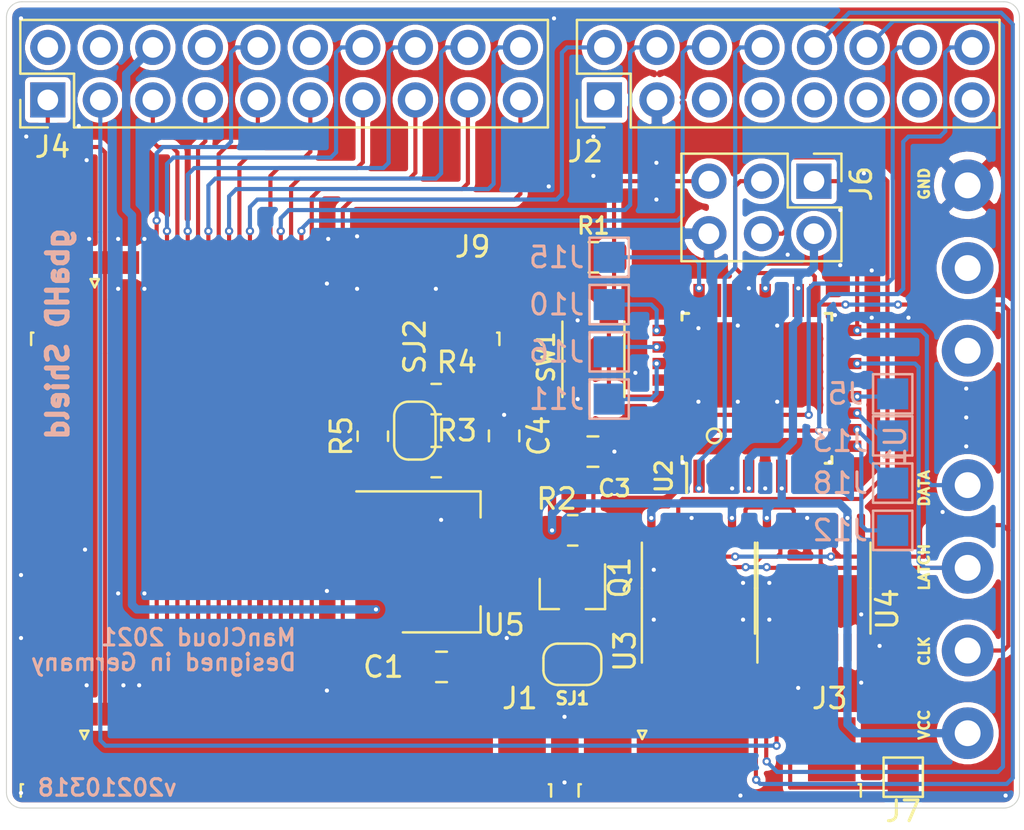
<source format=kicad_pcb>
(kicad_pcb (version 20171130) (host pcbnew "(5.1.8)-1")
  (layers (0 F.Cu signal) (31 B.Cu signal) (34 B.Paste user) (35 F.Paste user) (36 B.SilkS user) (37 F.SilkS user) (38 B.Mask user) (39 F.Mask user) (44 Edge.Cuts user))
  (net 0 "")
  (net 1 GND)
  (net 2 GB_SPS)
  (net 3 GB_R5)
  (net 4 GB_G2)
  (net 5 GB_B2)
  (net 6 GB_B1)
  (net 7 GB_G1)
  (net 8 GB_B3)
  (net 9 GB_G5)
  (net 10 GB_DCLK)
  (net 11 GB_R1)
  (net 12 GB_R2)
  (net 13 GB_G3)
  (net 14 GB_B5)
  (net 15 GB_B4)
  (net 16 GB_R3)
  (net 17 GB_G4)
  (net 18 GB_R4)
  (net 19 SP_ARD1)
  (net 20 GBA_AUD1)
  (net 21 GBA_AUD2)
  (net 22 GBA_UP)
  (net 23 "Net-(J3-Pad15)")
  (net 24 GBA_START)
  (net 25 GBA_DOWN)
  (net 26 GBA_A)
  (net 27 GBA_SELECT)
  (net 28 GBA_L)
  (net 29 GBA_CLK)
  (net 30 GBA_LEFT)
  (net 31 GBA_VCC)
  (net 32 GBA_RGHT)
  (net 33 GBA_R)
  (net 34 GBA_B)
  (net 35 AT_RST)
  (net 36 ICSP_MOSI)
  (net 37 ICSP_SCK)
  (net 38 ICSP_MISO)
  (net 39 SNS_LATCH)
  (net 40 GBA_POWER_SEL)
  (net 41 RX)
  (net 42 PIXEL_GRID)
  (net 43 QH_OUT-SER_IN)
  (net 44 +5V)
  (net 45 VCC)
  (net 46 "Net-(R4-Pad2)")
  (net 47 "Net-(R3-Pad2)")
  (net 48 "Net-(J11-Pad1)")
  (net 49 "Net-(J16-Pad1)")
  (net 50 "Net-(J10-Pad1)")
  (net 51 "Net-(J15-Pad1)")
  (net 52 "Net-(J5-Pad1)")
  (net 53 "Net-(J13-Pad1)")
  (net 54 "Net-(J18-Pad1)")
  (net 55 "Net-(J12-Pad1)")
  (module TestPoint:TestPoint_Pad_1.5x1.5mm (layer B.Cu) (at 86.868 45.466)
    (fp_text reference J5 (at -2.286 0) (layer B.SilkS) (effects (justify mirror)))
    (fp_text value Conn_01x01)
    (pad 1 smd rect (at 0 0) (size 1.5 1.5) (layers B.Cu B.Mask) (net 52 "Net-(J5-Pad1)"))
  )
  (module TestPoint:TestPoint_Pad_1.5x1.5mm (layer B.Cu) (at 86.868 52.07)
    (fp_text reference J12 (at -2.54 0) (layer B.SilkS) (effects (justify mirror)))
    (fp_text value Conn_01x01)
    (pad 1 smd rect (at 0 0) (size 1.5 1.5) (layers B.Cu B.Mask) (net 55 "Net-(J12-Pad1)"))
  )
  (module TestPoint:TestPoint_Pad_1.5x1.5mm (layer B.Cu) (at 86.868 49.784)
    (fp_text reference J18 (at -2.54 0) (layer B.SilkS) (effects (justify mirror)))
    (fp_text value Conn_01x01)
    (pad 1 smd rect (at 0 0) (size 1.5 1.5) (layers B.Cu B.Mask) (net 54 "Net-(J18-Pad1)"))
  )
  (module TestPoint:TestPoint_Pad_1.5x1.5mm (layer B.Cu) (at 73.152 43.434)
    (fp_text reference J16 (at -2.54 0) (layer B.SilkS) (effects (justify mirror)))
    (fp_text value Conn_01x01)
    (pad 1 smd rect (at 0 0) (size 1.5 1.5) (layers B.Cu B.Mask) (net 49 "Net-(J16-Pad1)"))
  )
  (module TestPoint:TestPoint_Pad_1.5x1.5mm (layer B.Cu) (at 73.152 38.862)
    (fp_text reference J15 (at -2.54 0) (layer B.SilkS) (effects (justify mirror)))
    (fp_text value Conn_01x01)
    (pad 1 smd rect (at 0 0) (size 1.5 1.5) (layers B.Cu B.Mask) (net 51 "Net-(J15-Pad1)"))
  )
  (module TestPoint:TestPoint_Pad_1.5x1.5mm (layer B.Cu) (at 86.868 47.498)
    (fp_text reference J13 (at -2.54 0.254) (layer B.SilkS) (effects (justify mirror)))
    (fp_text value Conn_01x01)
    (pad 1 smd rect (at 0 0) (size 1.5 1.5) (layers B.Cu B.Mask) (net 53 "Net-(J13-Pad1)"))
  )
  (module TestPoint:TestPoint_Pad_1.5x1.5mm (layer B.Cu) (at 73.152 45.72)
    (fp_text reference J11 (at -2.54 0) (layer B.SilkS) (effects (justify mirror)))
    (fp_text value Conn_01x01)
    (pad 1 smd rect (at 0 0) (size 1.5 1.5) (layers B.Cu B.Mask) (net 48 "Net-(J11-Pad1)"))
  )
  (module TestPoint:TestPoint_Pad_1.5x1.5mm (layer B.Cu) (at 73.152 41.148)
    (fp_text reference J10 (at -2.54 0) (layer B.SilkS) (effects (justify mirror)))
    (fp_text value Conn_01x01)
    (pad 1 smd rect (at 0 0) (size 1.5 1.5) (layers B.Cu B.Mask) (net 50 "Net-(J10-Pad1)"))
  )
  (module TestPoint:TestPoint_Pad_1.5x1.5mm (layer F.Cu) (at 87.376 64.008 180)
    (fp_text reference J7 (at 0 -1.648) (layer F.SilkS))
    (fp_text value Conn_01x01)
    (pad 1 smd rect (at 0 0 180) (size 1.5 1.5) (layers F.Cu F.Mask) (net 23 "Net-(J3-Pad15)"))
  )
  (module Package_TO_SOT_SMD:SOT-223-3_TabPin2 (layer F.Cu) (at 65.024 53.594)
    (fp_text reference U5 (at 3.048 3.048) (layer F.SilkS))
    (fp_text value AMS1117 hide)
    (pad 1 smd rect (at -3.15 -2.3) (size 2 1.5) (layers F.Cu F.Paste F.Mask) (net 47 "Net-(R3-Pad2)"))
    (pad 3 smd rect (at -3.15 2.3) (size 2 1.5) (layers F.Cu F.Paste F.Mask) (net 44 +5V))
    (pad 2 smd rect (at -3.15 0) (size 2 1.5) (layers F.Cu F.Paste F.Mask) (net 45 VCC))
    (pad 2 smd rect (at 3.15 0) (size 2 3.8) (layers F.Cu F.Paste F.Mask) (net 45 VCC))
  )
  (module Jumper:SolderJumper-2_P1.3mm_Open_RoundedPad1.0x1.5mm (layer F.Cu) (at 63.754 47.244 270)
    (fp_text reference SJ2 (at -4.064 0 90) (layer F.SilkS))
    (fp_text value SOLDER_JUMPER hide)
    (pad 2 smd custom (at 0.65 0 270) (size 1 0.5) (layers F.Cu F.Mask) (net 47 "Net-(R3-Pad2)") (options (clearance outline) (anchor rect)) (primitives (gr_circle (center 0 0.25) (end 0.5 0.25) (width 0)) (gr_circle (center 0 -0.25) (end 0.5 -0.25) (width 0)) (gr_poly (pts (xy 0 -0.75) (xy -0.5 -0.75) (xy -0.5 0.75) (xy 0 0.75)) (width 0))))
    (pad 1 smd custom (at -0.65 0 270) (size 1 0.5) (layers F.Cu F.Mask) (net 46 "Net-(R4-Pad2)") (options (clearance outline) (anchor rect)) (primitives (gr_circle (center 0 0.25) (end 0.5 0.25) (width 0)) (gr_circle (center 0 -0.25) (end 0.5 -0.25) (width 0)) (gr_poly (pts (xy 0 -0.75) (xy 0.5 -0.75) (xy 0.5 0.75) (xy 0 0.75)) (width 0))))
  )
  (module Resistor_SMD:R_0805_2012Metric_Pad1.20x1.40mm_HandSolder (layer F.Cu) (at 61.722 47.514 270)
    (fp_text reference R5 (at 0 1.524 90) (layer F.SilkS))
    (fp_text value 7.5K hide)
    (pad 2 smd roundrect (at 1 0 270) (size 1.2 1.4) (layers F.Cu F.Paste F.Mask) (roundrect_rratio 0.2083325) (net 47 "Net-(R3-Pad2)"))
    (pad 1 smd roundrect (at -1 0 270) (size 1.2 1.4) (layers F.Cu F.Paste F.Mask) (roundrect_rratio 0.2083325) (net 46 "Net-(R4-Pad2)"))
  )
  (module Resistor_SMD:R_0805_2012Metric_Pad1.20x1.40mm_HandSolder (layer F.Cu) (at 64.786 45.72 180)
    (fp_text reference R4 (at -1 1.778) (layer F.SilkS))
    (fp_text value 16.2K hide)
    (pad 2 smd roundrect (at 1 0 180) (size 1.2 1.4) (layers F.Cu F.Paste F.Mask) (roundrect_rratio 0.2083325) (net 46 "Net-(R4-Pad2)"))
    (pad 1 smd roundrect (at -1 0 180) (size 1.2 1.4) (layers F.Cu F.Paste F.Mask) (roundrect_rratio 0.2083325) (net 1 GND))
  )
  (module Resistor_SMD:R_0805_2012Metric_Pad1.20x1.40mm_HandSolder (layer F.Cu) (at 64.786 48.768 180)
    (fp_text reference R3 (at -1 1.524) (layer F.SilkS))
    (fp_text value 10K hide)
    (pad 2 smd roundrect (at 1 0 180) (size 1.2 1.4) (layers F.Cu F.Paste F.Mask) (roundrect_rratio 0.2083325) (net 47 "Net-(R3-Pad2)"))
    (pad 1 smd roundrect (at -1 0 180) (size 1.2 1.4) (layers F.Cu F.Paste F.Mask) (roundrect_rratio 0.2083325) (net 45 VCC))
  )
  (module Capacitor_SMD:C_0805_2012Metric_Pad1.18x1.45mm_HandSolder (layer F.Cu) (at 68.072 47.498 270)
    (fp_text reference C4 (at 0 -1.68 90) (layer F.SilkS))
    (fp_text value 22u)
    (pad 2 smd roundrect (at 1.0375 0 270) (size 1.175 1.45) (layers F.Cu F.Paste F.Mask) (roundrect_rratio 0.2127659574468085) (net 45 VCC))
    (pad 1 smd roundrect (at -1.0375 0 270) (size 1.175 1.45) (layers F.Cu F.Paste F.Mask) (roundrect_rratio 0.2127659574468085) (net 1 GND))
  )
  (module Capacitor_SMD:C_0805_2012Metric_Pad1.18x1.45mm_HandSolder (layer F.Cu) (at 65.0455 58.674 180)
    (fp_text reference C1 (at 2.8155 0) (layer F.SilkS))
    (fp_text value 100nF hide)
    (pad 2 smd roundrect (at 1.0375 0 180) (size 1.175 1.45) (layers F.Cu F.Paste F.Mask) (roundrect_rratio 0.2127659574468085) (net 44 +5V))
    (pad 1 smd roundrect (at -1.0375 0 180) (size 1.175 1.45) (layers F.Cu F.Paste F.Mask) (roundrect_rratio 0.2127659574468085) (net 1 GND))
  )
  (module Connector_FFC-FPC:TE_3-1734839-4_1x34-1MP_P0.5mm_Horizontal (layer F.Cu) (at 56.518 40.466)
    (fp_text reference J9 (at 10.03 -2.112) (layer F.SilkS))
    (fp_text value FLEX_GBA-SP)
    (pad 1 smd rect (at -8.25 -1.35) (size 0.3 1.1) (layers F.Cu F.Paste F.Mask))
    (pad 2 smd rect (at -7.75 -1.35) (size 0.3 1.1) (layers F.Cu F.Paste F.Mask) (net 10 GB_DCLK))
    (pad 3 smd rect (at -7.25 -1.35) (size 0.3 1.1) (layers F.Cu F.Paste F.Mask))
    (pad 4 smd rect (at -6.75 -1.35) (size 0.3 1.1) (layers F.Cu F.Paste F.Mask))
    (pad 5 smd rect (at -6.25 -1.35) (size 0.3 1.1) (layers F.Cu F.Paste F.Mask))
    (pad 6 smd rect (at -5.75 -1.35) (size 0.3 1.1) (layers F.Cu F.Paste F.Mask) (net 1 GND))
    (pad 7 smd rect (at -5.25 -1.35) (size 0.3 1.1) (layers F.Cu F.Paste F.Mask) (net 3 GB_R5))
    (pad 8 smd rect (at -4.75 -1.35) (size 0.3 1.1) (layers F.Cu F.Paste F.Mask) (net 18 GB_R4))
    (pad 9 smd rect (at -4.25 -1.35) (size 0.3 1.1) (layers F.Cu F.Paste F.Mask) (net 16 GB_R3))
    (pad 10 smd rect (at -3.75 -1.35) (size 0.3 1.1) (layers F.Cu F.Paste F.Mask) (net 12 GB_R2))
    (pad 11 smd rect (at -3.25 -1.35) (size 0.3 1.1) (layers F.Cu F.Paste F.Mask) (net 11 GB_R1))
    (pad 12 smd rect (at -2.75 -1.35) (size 0.3 1.1) (layers F.Cu F.Paste F.Mask) (net 9 GB_G5))
    (pad 13 smd rect (at -2.25 -1.35) (size 0.3 1.1) (layers F.Cu F.Paste F.Mask) (net 17 GB_G4))
    (pad 14 smd rect (at -1.75 -1.35) (size 0.3 1.1) (layers F.Cu F.Paste F.Mask) (net 13 GB_G3))
    (pad 15 smd rect (at -1.25 -1.35) (size 0.3 1.1) (layers F.Cu F.Paste F.Mask) (net 4 GB_G2))
    (pad 16 smd rect (at -0.75 -1.35) (size 0.3 1.1) (layers F.Cu F.Paste F.Mask) (net 7 GB_G1))
    (pad 17 smd rect (at -0.25 -1.35) (size 0.3 1.1) (layers F.Cu F.Paste F.Mask) (net 1 GND))
    (pad 18 smd rect (at 0.25 -1.35) (size 0.3 1.1) (layers F.Cu F.Paste F.Mask) (net 14 GB_B5))
    (pad 19 smd rect (at 0.75 -1.35) (size 0.3 1.1) (layers F.Cu F.Paste F.Mask) (net 15 GB_B4))
    (pad 20 smd rect (at 1.25 -1.35) (size 0.3 1.1) (layers F.Cu F.Paste F.Mask) (net 8 GB_B3))
    (pad 21 smd rect (at 1.75 -1.35) (size 0.3 1.1) (layers F.Cu F.Paste F.Mask) (net 5 GB_B2))
    (pad 22 smd rect (at 2.25 -1.35) (size 0.3 1.1) (layers F.Cu F.Paste F.Mask) (net 6 GB_B1))
    (pad 23 smd rect (at 2.75 -1.35) (size 0.3 1.1) (layers F.Cu F.Paste F.Mask))
    (pad 24 smd rect (at 3.25 -1.35) (size 0.3 1.1) (layers F.Cu F.Paste F.Mask))
    (pad 25 smd rect (at 3.75 -1.35) (size 0.3 1.1) (layers F.Cu F.Paste F.Mask) (net 2 GB_SPS))
    (pad 26 smd rect (at 4.25 -1.35) (size 0.3 1.1) (layers F.Cu F.Paste F.Mask))
    (pad 27 smd rect (at 4.75 -1.35) (size 0.3 1.1) (layers F.Cu F.Paste F.Mask))
    (pad 28 smd rect (at 5.25 -1.35) (size 0.3 1.1) (layers F.Cu F.Paste F.Mask))
    (pad 29 smd rect (at 5.75 -1.35) (size 0.3 1.1) (layers F.Cu F.Paste F.Mask))
    (pad 30 smd rect (at 6.25 -1.35) (size 0.3 1.1) (layers F.Cu F.Paste F.Mask))
    (pad 31 smd rect (at 6.75 -1.35) (size 0.3 1.1) (layers F.Cu F.Paste F.Mask))
    (pad 32 smd rect (at 7.25 -1.35) (size 0.3 1.1) (layers F.Cu F.Paste F.Mask) (net 1 GND))
    (pad 33 smd rect (at 7.75 -1.35) (size 0.3 1.1) (layers F.Cu F.Paste F.Mask))
    (pad 34 smd rect (at 8.25 -1.35) (size 0.3 1.1) (layers F.Cu F.Paste F.Mask))
    (pad MP smd rect (at -9.92 0.35) (size 2.3 3.1) (layers F.Cu F.Paste F.Mask))
    (pad MP smd rect (at 9.92 0.35) (size 2.3 3.1) (layers F.Cu F.Paste F.Mask))
  )
  (module Connector_PinHeader_2.54mm:PinHeader_2x10_P2.54mm_Vertical (layer F.Cu) (at 46 31.25 90)
    (fp_text reference J4 (at -2.278 0.228 180) (layer F.SilkS))
    (fp_text value Conn_02x10_Top_Bottom hide)
    (pad 20 thru_hole oval (at 2.54 22.86 90) (size 1.7 1.7) (drill 1) (layers *.Cu *.Mask) (net 13 GB_G3))
    (pad 19 thru_hole oval (at 0 22.86 90) (size 1.7 1.7) (drill 1) (layers *.Cu *.Mask) (net 2 GB_SPS))
    (pad 18 thru_hole oval (at 2.54 20.32 90) (size 1.7 1.7) (drill 1) (layers *.Cu *.Mask) (net 9 GB_G5))
    (pad 17 thru_hole oval (at 0 20.32 90) (size 1.7 1.7) (drill 1) (layers *.Cu *.Mask) (net 6 GB_B1))
    (pad 16 thru_hole oval (at 2.54 17.78 90) (size 1.7 1.7) (drill 1) (layers *.Cu *.Mask) (net 12 GB_R2))
    (pad 15 thru_hole oval (at 0 17.78 90) (size 1.7 1.7) (drill 1) (layers *.Cu *.Mask) (net 8 GB_B3))
    (pad 14 thru_hole oval (at 2.54 15.24 90) (size 1.7 1.7) (drill 1) (layers *.Cu *.Mask) (net 18 GB_R4))
    (pad 13 thru_hole oval (at 0 15.24 90) (size 1.7 1.7) (drill 1) (layers *.Cu *.Mask) (net 14 GB_B5))
    (pad 12 thru_hole oval (at 2.54 12.7 90) (size 1.7 1.7) (drill 1) (layers *.Cu *.Mask))
    (pad 11 thru_hole oval (at 0 12.7 90) (size 1.7 1.7) (drill 1) (layers *.Cu *.Mask) (net 4 GB_G2))
    (pad 10 thru_hole oval (at 2.54 10.16 90) (size 1.7 1.7) (drill 1) (layers *.Cu *.Mask) (net 3 GB_R5))
    (pad 9 thru_hole oval (at 0 10.16 90) (size 1.7 1.7) (drill 1) (layers *.Cu *.Mask) (net 17 GB_G4))
    (pad 8 thru_hole oval (at 2.54 7.62 90) (size 1.7 1.7) (drill 1) (layers *.Cu *.Mask))
    (pad 7 thru_hole oval (at 0 7.62 90) (size 1.7 1.7) (drill 1) (layers *.Cu *.Mask) (net 11 GB_R1))
    (pad 6 thru_hole oval (at 2.54 5.08 90) (size 1.7 1.7) (drill 1) (layers *.Cu *.Mask) (net 44 +5V))
    (pad 5 thru_hole oval (at 0 5.08 90) (size 1.7 1.7) (drill 1) (layers *.Cu *.Mask) (net 16 GB_R3))
    (pad 4 thru_hole oval (at 2.54 2.54 90) (size 1.7 1.7) (drill 1) (layers *.Cu *.Mask))
    (pad 3 thru_hole oval (at 0 2.54 90) (size 1.7 1.7) (drill 1) (layers *.Cu *.Mask) (net 29 GBA_CLK))
    (pad 2 thru_hole oval (at 2.54 0 90) (size 1.7 1.7) (drill 1) (layers *.Cu *.Mask))
    (pad 1 thru_hole rect (at 0 0 90) (size 1.7 1.7) (drill 1) (layers *.Cu *.Mask) (net 10 GB_DCLK))
  )
  (module Connector_FFC-FPC:TE_1-1734839-6_1x16-1MP_P0.5mm_Horizontal (layer F.Cu) (at 78.5 62.31)
    (fp_text reference J3 (at 5.32 -2.112) (layer F.SilkS))
    (fp_text value Conn_01x16 hide)
    (pad MP smd rect (at 5.42 0.35) (size 2.3 3.1) (layers F.Cu F.Paste F.Mask))
    (pad MP smd rect (at -5.42 0.35) (size 2.3 3.1) (layers F.Cu F.Paste F.Mask))
    (pad 16 smd rect (at 3.75 -1.35) (size 0.3 1.1) (layers F.Cu F.Paste F.Mask) (net 1 GND))
    (pad 15 smd rect (at 3.25 -1.35) (size 0.3 1.1) (layers F.Cu F.Paste F.Mask) (net 23 "Net-(J3-Pad15)"))
    (pad 14 smd rect (at 2.75 -1.35) (size 0.3 1.1) (layers F.Cu F.Paste F.Mask) (net 29 GBA_CLK))
    (pad 13 smd rect (at 2.25 -1.35) (size 0.3 1.1) (layers F.Cu F.Paste F.Mask) (net 20 GBA_AUD1))
    (pad 12 smd rect (at 1.75 -1.35) (size 0.3 1.1) (layers F.Cu F.Paste F.Mask) (net 21 GBA_AUD2))
    (pad 11 smd rect (at 1.25 -1.35) (size 0.3 1.1) (layers F.Cu F.Paste F.Mask) (net 27 GBA_SELECT))
    (pad 10 smd rect (at 0.75 -1.35) (size 0.3 1.1) (layers F.Cu F.Paste F.Mask) (net 24 GBA_START))
    (pad 9 smd rect (at 0.25 -1.35) (size 0.3 1.1) (layers F.Cu F.Paste F.Mask) (net 33 GBA_R))
    (pad 8 smd rect (at -0.25 -1.35) (size 0.3 1.1) (layers F.Cu F.Paste F.Mask) (net 28 GBA_L))
    (pad 7 smd rect (at -0.75 -1.35) (size 0.3 1.1) (layers F.Cu F.Paste F.Mask) (net 34 GBA_B))
    (pad 6 smd rect (at -1.25 -1.35) (size 0.3 1.1) (layers F.Cu F.Paste F.Mask) (net 26 GBA_A))
    (pad 5 smd rect (at -1.75 -1.35) (size 0.3 1.1) (layers F.Cu F.Paste F.Mask) (net 32 GBA_RGHT))
    (pad 4 smd rect (at -2.25 -1.35) (size 0.3 1.1) (layers F.Cu F.Paste F.Mask) (net 30 GBA_LEFT))
    (pad 3 smd rect (at -2.75 -1.35) (size 0.3 1.1) (layers F.Cu F.Paste F.Mask) (net 25 GBA_DOWN))
    (pad 2 smd rect (at -3.25 -1.35) (size 0.3 1.1) (layers F.Cu F.Paste F.Mask) (net 22 GBA_UP))
    (pad 1 smd rect (at -3.75 -1.35) (size 0.3 1.1) (layers F.Cu F.Paste F.Mask) (net 31 GBA_VCC))
  )
  (module Connector_PinHeader_2.54mm:PinHeader_2x08_P2.54mm_Vertical (layer F.Cu) (at 72.924 31.25 90)
    (fp_text reference J2 (at -2.5 -0.924 180) (layer F.SilkS))
    (fp_text value Conn_02x08_Top_Bottom hide)
    (pad 16 thru_hole oval (at 2.54 17.78 90) (size 1.7 1.7) (drill 1) (layers *.Cu *.Mask) (net 41 RX))
    (pad 15 thru_hole oval (at 0 17.78 90) (size 1.7 1.7) (drill 1) (layers *.Cu *.Mask))
    (pad 14 thru_hole oval (at 2.54 15.24 90) (size 1.7 1.7) (drill 1) (layers *.Cu *.Mask) (net 19 SP_ARD1))
    (pad 13 thru_hole oval (at 0 15.24 90) (size 1.7 1.7) (drill 1) (layers *.Cu *.Mask))
    (pad 12 thru_hole oval (at 2.54 12.7 90) (size 1.7 1.7) (drill 1) (layers *.Cu *.Mask) (net 20 GBA_AUD1))
    (pad 11 thru_hole oval (at 0 12.7 90) (size 1.7 1.7) (drill 1) (layers *.Cu *.Mask))
    (pad 10 thru_hole oval (at 2.54 10.16 90) (size 1.7 1.7) (drill 1) (layers *.Cu *.Mask) (net 21 GBA_AUD2))
    (pad 9 thru_hole oval (at 0 10.16 90) (size 1.7 1.7) (drill 1) (layers *.Cu *.Mask))
    (pad 8 thru_hole oval (at 2.54 7.62 90) (size 1.7 1.7) (drill 1) (layers *.Cu *.Mask) (net 42 PIXEL_GRID))
    (pad 7 thru_hole oval (at 0 7.62 90) (size 1.7 1.7) (drill 1) (layers *.Cu *.Mask))
    (pad 6 thru_hole oval (at 2.54 5.08 90) (size 1.7 1.7) (drill 1) (layers *.Cu *.Mask) (net 5 GB_B2))
    (pad 5 thru_hole oval (at 0 5.08 90) (size 1.7 1.7) (drill 1) (layers *.Cu *.Mask))
    (pad 4 thru_hole oval (at 2.54 2.54 90) (size 1.7 1.7) (drill 1) (layers *.Cu *.Mask) (net 15 GB_B4))
    (pad 3 thru_hole oval (at 0 2.54 90) (size 1.7 1.7) (drill 1) (layers *.Cu *.Mask) (net 1 GND))
    (pad 2 thru_hole oval (at 2.54 0 90) (size 1.7 1.7) (drill 1) (layers *.Cu *.Mask) (net 7 GB_G1))
    (pad 1 thru_hole rect (at 0 0 90) (size 1.7 1.7) (drill 1) (layers *.Cu *.Mask))
  )
  (module Connector_PinHeader_2.54mm:PinHeader_2x03_P2.54mm_Vertical (layer F.Cu) (at 83.058 35.179 270)
    (fp_text reference J6 (at 0.127 -2.286 90) (layer F.SilkS))
    (fp_text value Conn_02x03_Odd_Even hide)
    (pad 6 thru_hole oval (at 2.54 5.08 270) (size 1.7 1.7) (drill 1) (layers *.Cu *.Mask) (net 1 GND))
    (pad 5 thru_hole oval (at 0 5.08 270) (size 1.7 1.7) (drill 1) (layers *.Cu *.Mask) (net 35 AT_RST))
    (pad 4 thru_hole oval (at 2.54 2.54 270) (size 1.7 1.7) (drill 1) (layers *.Cu *.Mask) (net 36 ICSP_MOSI))
    (pad 3 thru_hole oval (at 0 2.54 270) (size 1.7 1.7) (drill 1) (layers *.Cu *.Mask) (net 37 ICSP_SCK))
    (pad 2 thru_hole oval (at 2.54 0 270) (size 1.7 1.7) (drill 1) (layers *.Cu *.Mask) (net 45 VCC))
    (pad 1 thru_hole rect (at 0 0 270) (size 1.7 1.7) (drill 1) (layers *.Cu *.Mask) (net 38 ICSP_MISO))
  )
  (module Package_SO:TSSOP-16_4.4x5mm_P0.65mm (layer F.Cu) (at 83.058 54.864 90)
    (fp_text reference U4 (at -1.016 3.556 90) (layer F.SilkS))
    (fp_text value 74HC595 hide)
    (pad 16 smd roundrect (at 2.8625 -2.275 90) (size 1.475 0.4) (layers F.Cu F.Paste F.Mask) (net 45 VCC))
    (pad 15 smd roundrect (at 2.8625 -1.625 90) (size 1.475 0.4) (layers F.Cu F.Paste F.Mask) (net 24 GBA_START))
    (pad 14 smd roundrect (at 2.8625 -0.975 90) (size 1.475 0.4) (layers F.Cu F.Paste F.Mask) (net 43 QH_OUT-SER_IN))
    (pad 13 smd roundrect (at 2.8625 -0.325 90) (size 1.475 0.4) (layers F.Cu F.Paste F.Mask) (net 1 GND))
    (pad 12 smd roundrect (at 2.8625 0.325 90) (size 1.475 0.4) (layers F.Cu F.Paste F.Mask) (net 39 SNS_LATCH))
    (pad 11 smd roundrect (at 2.8625 0.975 90) (size 1.475 0.4) (layers F.Cu F.Paste F.Mask) (net 37 ICSP_SCK))
    (pad 10 smd roundrect (at 2.8625 1.625 90) (size 1.475 0.4) (layers F.Cu F.Paste F.Mask) (net 45 VCC))
    (pad 9 smd roundrect (at 2.8625 2.275 90) (size 1.475 0.4) (layers F.Cu F.Paste F.Mask))
    (pad 8 smd roundrect (at -2.8625 2.275 90) (size 1.475 0.4) (layers F.Cu F.Paste F.Mask) (net 1 GND))
    (pad 7 smd roundrect (at -2.8625 1.625 90) (size 1.475 0.4) (layers F.Cu F.Paste F.Mask))
    (pad 6 smd roundrect (at -2.8625 0.975 90) (size 1.475 0.4) (layers F.Cu F.Paste F.Mask))
    (pad 5 smd roundrect (at -2.8625 0.325 90) (size 1.475 0.4) (layers F.Cu F.Paste F.Mask))
    (pad 4 smd roundrect (at -2.8625 -0.325 90) (size 1.475 0.4) (layers F.Cu F.Paste F.Mask))
    (pad 3 smd roundrect (at -2.8625 -0.975 90) (size 1.475 0.4) (layers F.Cu F.Paste F.Mask))
    (pad 2 smd roundrect (at -2.8625 -1.625 90) (size 1.475 0.4) (layers F.Cu F.Paste F.Mask))
    (pad 1 smd roundrect (at -2.8625 -2.275 90) (size 1.475 0.4) (layers F.Cu F.Paste F.Mask) (net 27 GBA_SELECT))
  )
  (module OFFSET:XKB-TS-1185EC-C-D-B (layer F.Cu) (at 72.39 43.795 270)
    (fp_text reference SW1 (at -0.107 2.286 90) (layer F.SilkS) (effects (font (size 0.8 0.8))))
    (fp_text value SW_Push hide)
    (pad 2 smd rect (at 1.925 0.75 270) (size 1.25 0.9) (layers F.Cu F.Paste F.Mask) (net 1 GND))
    (pad 1 smd rect (at 1.925 -0.75 90) (size 1.25 0.9) (layers F.Cu F.Paste F.Mask) (net 35 AT_RST))
    (pad 2 smd rect (at -1.925 0.75 270) (size 1.25 0.9) (layers F.Cu F.Paste F.Mask) (net 1 GND))
    (pad 1 smd rect (at -1.925 -0.75 270) (size 1.25 0.9) (layers F.Cu F.Paste F.Mask) (net 35 AT_RST))
  )
  (module Package_QFP:TQFP-32_7x7mm_P0.8mm (layer F.Cu) (at 80.3 45.2 90)
    (fp_text reference U2 (at -4.25 -4.5 90) (layer F.SilkS) (effects (font (size 0.8 0.8))))
    (fp_text value ATmega328P-AU hide)
    (pad 32 smd rect (at -2.8 -4.25 180) (size 1.6 0.55) (layers F.Cu F.Paste F.Mask) (net 40 GBA_POWER_SEL))
    (pad 31 smd rect (at -2 -4.25 180) (size 1.6 0.55) (layers F.Cu F.Paste F.Mask) (net 41 RX))
    (pad 30 smd rect (at -1.2 -4.25 180) (size 1.6 0.55) (layers F.Cu F.Paste F.Mask) (net 19 SP_ARD1))
    (pad 29 smd rect (at -0.4 -4.25 180) (size 1.6 0.55) (layers F.Cu F.Paste F.Mask) (net 35 AT_RST))
    (pad 28 smd rect (at 0.4 -4.25 180) (size 1.6 0.55) (layers F.Cu F.Paste F.Mask))
    (pad 27 smd rect (at 1.2 -4.25 180) (size 1.6 0.55) (layers F.Cu F.Paste F.Mask) (net 48 "Net-(J11-Pad1)"))
    (pad 26 smd rect (at 2 -4.25 180) (size 1.6 0.55) (layers F.Cu F.Paste F.Mask) (net 49 "Net-(J16-Pad1)"))
    (pad 25 smd rect (at 2.8 -4.25 180) (size 1.6 0.55) (layers F.Cu F.Paste F.Mask) (net 50 "Net-(J10-Pad1)"))
    (pad 24 smd rect (at 4.25 -2.8 90) (size 1.6 0.55) (layers F.Cu F.Paste F.Mask) (net 51 "Net-(J15-Pad1)"))
    (pad 23 smd rect (at 4.25 -2 90) (size 1.6 0.55) (layers F.Cu F.Paste F.Mask))
    (pad 22 smd rect (at 4.25 -1.2 90) (size 1.6 0.55) (layers F.Cu F.Paste F.Mask))
    (pad 21 smd rect (at 4.25 -0.4 90) (size 1.6 0.55) (layers F.Cu F.Paste F.Mask) (net 1 GND))
    (pad 20 smd rect (at 4.25 0.4 90) (size 1.6 0.55) (layers F.Cu F.Paste F.Mask) (net 45 VCC))
    (pad 19 smd rect (at 4.25 1.2 90) (size 1.6 0.55) (layers F.Cu F.Paste F.Mask))
    (pad 18 smd rect (at 4.25 2 90) (size 1.6 0.55) (layers F.Cu F.Paste F.Mask) (net 45 VCC))
    (pad 17 smd rect (at 4.25 2.8 90) (size 1.6 0.55) (layers F.Cu F.Paste F.Mask) (net 37 ICSP_SCK))
    (pad 16 smd rect (at 2.8 4.25 180) (size 1.6 0.55) (layers F.Cu F.Paste F.Mask) (net 38 ICSP_MISO))
    (pad 15 smd rect (at 2 4.25 180) (size 1.6 0.55) (layers F.Cu F.Paste F.Mask) (net 36 ICSP_MOSI))
    (pad 14 smd rect (at 1.2 4.25 180) (size 1.6 0.55) (layers F.Cu F.Paste F.Mask) (net 39 SNS_LATCH))
    (pad 13 smd rect (at 0.4 4.25 180) (size 1.6 0.55) (layers F.Cu F.Paste F.Mask))
    (pad 12 smd rect (at -0.4 4.25 180) (size 1.6 0.55) (layers F.Cu F.Paste F.Mask) (net 52 "Net-(J5-Pad1)"))
    (pad 11 smd rect (at -1.2 4.25 180) (size 1.6 0.55) (layers F.Cu F.Paste F.Mask) (net 53 "Net-(J13-Pad1)"))
    (pad 10 smd rect (at -2 4.25 180) (size 1.6 0.55) (layers F.Cu F.Paste F.Mask) (net 54 "Net-(J18-Pad1)"))
    (pad 9 smd rect (at -2.8 4.25 180) (size 1.6 0.55) (layers F.Cu F.Paste F.Mask) (net 55 "Net-(J12-Pad1)"))
    (pad 8 smd rect (at -4.25 2.8 90) (size 1.6 0.55) (layers F.Cu F.Paste F.Mask))
    (pad 7 smd rect (at -4.25 2 90) (size 1.6 0.55) (layers F.Cu F.Paste F.Mask))
    (pad 6 smd rect (at -4.25 1.2 90) (size 1.6 0.55) (layers F.Cu F.Paste F.Mask) (net 45 VCC))
    (pad 5 smd rect (at -4.25 0.4 90) (size 1.6 0.55) (layers F.Cu F.Paste F.Mask) (net 1 GND))
    (pad 4 smd rect (at -4.25 -0.4 90) (size 1.6 0.55) (layers F.Cu F.Paste F.Mask) (net 45 VCC))
    (pad 3 smd rect (at -4.25 -1.2 90) (size 1.6 0.55) (layers F.Cu F.Paste F.Mask) (net 1 GND))
    (pad 2 smd rect (at -4.25 -2 90) (size 1.6 0.55) (layers F.Cu F.Paste F.Mask))
    (pad 1 smd rect (at -4.25 -2.8 90) (size 1.6 0.55) (layers F.Cu F.Paste F.Mask) (net 42 PIXEL_GRID))
  )
  (module Resistor_SMD:R_0805_2012Metric_Pad1.20x1.40mm_HandSolder (layer F.Cu) (at 72.39 38.862)
    (fp_text reference R1 (at 0 -1.524) (layer F.SilkS) (effects (font (size 0.8 0.8))))
    (fp_text value 10K hide)
    (pad 2 smd roundrect (at 1 0) (size 1.2 1.4) (layers F.Cu F.Paste F.Mask) (roundrect_rratio 0.2083325) (net 35 AT_RST))
    (pad 1 smd roundrect (at -1 0) (size 1.2 1.4) (layers F.Cu F.Paste F.Mask) (roundrect_rratio 0.2083325) (net 45 VCC))
  )
  (module Capacitor_SMD:C_0805_2012Metric_Pad1.18x1.45mm_HandSolder (layer F.Cu) (at 72.3685 48.26 180)
    (fp_text reference C3 (at -1.0375 -1.778) (layer F.SilkS) (effects (font (size 0.8 0.8))))
    (fp_text value 100nF hide)
    (pad 2 smd roundrect (at 1.0375 0 180) (size 1.175 1.45) (layers F.Cu F.Paste F.Mask) (roundrect_rratio 0.2127659574468085) (net 45 VCC))
    (pad 1 smd roundrect (at -1.0375 0 180) (size 1.175 1.45) (layers F.Cu F.Paste F.Mask) (roundrect_rratio 0.2127659574468085) (net 1 GND))
  )
  (module Jumper:SolderJumper-2_P1.3mm_Open_RoundedPad1.0x1.5mm (layer F.Cu) (at 71.374 58.547)
    (fp_text reference SJ1 (at 0 1.651 180) (layer F.SilkS) (effects (font (size 0.6 0.6))))
    (fp_text value SOLDER_JUMPER hide)
    (pad 1 smd custom (at -0.65 0) (size 1 0.5) (layers F.Cu F.Mask) (net 45 VCC) (options (clearance outline) (anchor rect)) (primitives (gr_circle (center 0 0.25) (end 0.5 0.25) (width 0)) (gr_circle (center 0 -0.25) (end 0.5 -0.25) (width 0)) (gr_poly (pts (xy 0 -0.75) (xy 0.5 -0.75) (xy 0.5 0.75) (xy 0 0.75)) (width 0))))
    (pad 2 smd custom (at 0.65 0) (size 1 0.5) (layers F.Cu F.Mask) (net 31 GBA_VCC) (options (clearance outline) (anchor rect)) (primitives (gr_circle (center 0 0.25) (end 0.5 0.25) (width 0)) (gr_circle (center 0 -0.25) (end 0.5 -0.25) (width 0)) (gr_poly (pts (xy 0 -0.75) (xy -0.5 -0.75) (xy -0.5 0.75) (xy 0 0.75)) (width 0))))
  )
  (module OFFSET:SNES_7PIN (layer B.Cu) (at 91 48 90)
    (fp_text reference U1 (at 0 -4.008 -90) (layer B.SilkS) (effects (justify mirror)))
    (fp_text value SNES_7PIN hide)
    (pad 1 thru_hole circle (at -13.881 -0.508 90) (size 2.5 2.5) (drill 1.25) (layers *.Cu *.Mask) (net 45 VCC))
    (pad 2 thru_hole circle (at -9.881 -0.508 90) (size 2.5 2.5) (drill 1.25) (layers *.Cu *.Mask) (net 37 ICSP_SCK))
    (pad 3 thru_hole circle (at -5.881 -0.508 90) (size 2.5 2.5) (drill 1.25) (layers *.Cu *.Mask) (net 39 SNS_LATCH))
    (pad 4 thru_hole circle (at -1.881 -0.508 90) (size 2.5 2.5) (drill 1.25) (layers *.Cu *.Mask) (net 38 ICSP_MISO))
    (pad 5 thru_hole circle (at 4.619 -0.508 90) (size 2.5 2.5) (drill 1.25) (layers *.Cu *.Mask))
    (pad 6 thru_hole circle (at 8.619 -0.508 90) (size 2.5 2.5) (drill 1.25) (layers *.Cu *.Mask))
    (pad 7 thru_hole circle (at 12.619 -0.508 90) (size 2.5 2.5) (drill 1.25) (layers *.Cu *.Mask) (net 1 GND))
  )
  (module Package_SO:TSSOP-16_4.4x5mm_P0.65mm (layer F.Cu) (at 77.47 54.864 90)
    (fp_text reference U3 (at -3.048 -3.556 90) (layer F.SilkS))
    (fp_text value 74HC595 hide)
    (pad 16 smd roundrect (at 2.8625 -2.275 90) (size 1.475 0.4) (layers F.Cu F.Paste F.Mask) (net 45 VCC))
    (pad 15 smd roundrect (at 2.8625 -1.625 90) (size 1.475 0.4) (layers F.Cu F.Paste F.Mask) (net 22 GBA_UP))
    (pad 14 smd roundrect (at 2.8625 -0.975 90) (size 1.475 0.4) (layers F.Cu F.Paste F.Mask) (net 36 ICSP_MOSI))
    (pad 13 smd roundrect (at 2.8625 -0.325 90) (size 1.475 0.4) (layers F.Cu F.Paste F.Mask) (net 1 GND))
    (pad 12 smd roundrect (at 2.8625 0.325 90) (size 1.475 0.4) (layers F.Cu F.Paste F.Mask) (net 39 SNS_LATCH))
    (pad 11 smd roundrect (at 2.8625 0.975 90) (size 1.475 0.4) (layers F.Cu F.Paste F.Mask) (net 37 ICSP_SCK))
    (pad 10 smd roundrect (at 2.8625 1.625 90) (size 1.475 0.4) (layers F.Cu F.Paste F.Mask) (net 45 VCC))
    (pad 9 smd roundrect (at 2.8625 2.275 90) (size 1.475 0.4) (layers F.Cu F.Paste F.Mask) (net 43 QH_OUT-SER_IN))
    (pad 8 smd roundrect (at -2.8625 2.275 90) (size 1.475 0.4) (layers F.Cu F.Paste F.Mask) (net 1 GND))
    (pad 7 smd roundrect (at -2.8625 1.625 90) (size 1.475 0.4) (layers F.Cu F.Paste F.Mask) (net 33 GBA_R))
    (pad 6 smd roundrect (at -2.8625 0.975 90) (size 1.475 0.4) (layers F.Cu F.Paste F.Mask) (net 28 GBA_L))
    (pad 5 smd roundrect (at -2.8625 0.325 90) (size 1.475 0.4) (layers F.Cu F.Paste F.Mask) (net 34 GBA_B))
    (pad 4 smd roundrect (at -2.8625 -0.325 90) (size 1.475 0.4) (layers F.Cu F.Paste F.Mask) (net 26 GBA_A))
    (pad 3 smd roundrect (at -2.8625 -0.975 90) (size 1.475 0.4) (layers F.Cu F.Paste F.Mask) (net 32 GBA_RGHT))
    (pad 2 smd roundrect (at -2.8625 -1.625 90) (size 1.475 0.4) (layers F.Cu F.Paste F.Mask) (net 30 GBA_LEFT))
    (pad 1 smd roundrect (at -2.8625 -2.275 90) (size 1.475 0.4) (layers F.Cu F.Paste F.Mask) (net 25 GBA_DOWN))
  )
  (module Package_TO_SOT_SMD:SOT-23 (layer F.Cu) (at 71.374 55.118 270)
    (fp_text reference Q1 (at -0.762 -2.286 90) (layer F.SilkS))
    (fp_text value Q_PMOS_GSD hide)
    (pad 3 smd rect (at 1 0 270) (size 0.9 0.8) (layers F.Cu F.Paste F.Mask) (net 31 GBA_VCC))
    (pad 2 smd rect (at -1 0.95 270) (size 0.9 0.8) (layers F.Cu F.Paste F.Mask) (net 45 VCC))
    (pad 1 smd rect (at -1 -0.95 270) (size 0.9 0.8) (layers F.Cu F.Paste F.Mask) (net 40 GBA_POWER_SEL))
  )
  (module Connector_FFC-FPC:TE_4-1734839-0_1x40-1MP_P0.5mm_Horizontal (layer F.Cu) (at 57.518 62.31)
    (fp_text reference J1 (at 11.316 -2.112) (layer F.SilkS))
    (fp_text value FFC_OGBA)
    (pad MP smd rect (at 11.42 0.35) (size 2.3 3.1) (layers F.Cu F.Paste F.Mask))
    (pad MP smd rect (at -11.42 0.35) (size 2.3 3.1) (layers F.Cu F.Paste F.Mask))
    (pad 40 smd rect (at 9.75 -1.35) (size 0.3 1.1) (layers F.Cu F.Paste F.Mask))
    (pad 39 smd rect (at 9.25 -1.35) (size 0.3 1.1) (layers F.Cu F.Paste F.Mask))
    (pad 38 smd rect (at 8.75 -1.35) (size 0.3 1.1) (layers F.Cu F.Paste F.Mask))
    (pad 37 smd rect (at 8.25 -1.35) (size 0.3 1.1) (layers F.Cu F.Paste F.Mask))
    (pad 36 smd rect (at 7.75 -1.35) (size 0.3 1.1) (layers F.Cu F.Paste F.Mask))
    (pad 35 smd rect (at 7.25 -1.35) (size 0.3 1.1) (layers F.Cu F.Paste F.Mask) (net 1 GND))
    (pad 34 smd rect (at 6.75 -1.35) (size 0.3 1.1) (layers F.Cu F.Paste F.Mask))
    (pad 33 smd rect (at 6.25 -1.35) (size 0.3 1.1) (layers F.Cu F.Paste F.Mask))
    (pad 32 smd rect (at 5.75 -1.35) (size 0.3 1.1) (layers F.Cu F.Paste F.Mask))
    (pad 31 smd rect (at 5.25 -1.35) (size 0.3 1.1) (layers F.Cu F.Paste F.Mask))
    (pad 30 smd rect (at 4.75 -1.35) (size 0.3 1.1) (layers F.Cu F.Paste F.Mask))
    (pad 29 smd rect (at 4.25 -1.35) (size 0.3 1.1) (layers F.Cu F.Paste F.Mask))
    (pad 28 smd rect (at 3.75 -1.35) (size 0.3 1.1) (layers F.Cu F.Paste F.Mask))
    (pad 27 smd rect (at 3.25 -1.35) (size 0.3 1.1) (layers F.Cu F.Paste F.Mask))
    (pad 26 smd rect (at 2.75 -1.35) (size 0.3 1.1) (layers F.Cu F.Paste F.Mask) (net 2 GB_SPS))
    (pad 25 smd rect (at 2.25 -1.35) (size 0.3 1.1) (layers F.Cu F.Paste F.Mask))
    (pad 24 smd rect (at 1.75 -1.35) (size 0.3 1.1) (layers F.Cu F.Paste F.Mask))
    (pad 23 smd rect (at 1.25 -1.35) (size 0.3 1.1) (layers F.Cu F.Paste F.Mask) (net 6 GB_B1))
    (pad 22 smd rect (at 0.75 -1.35) (size 0.3 1.1) (layers F.Cu F.Paste F.Mask) (net 5 GB_B2))
    (pad 21 smd rect (at 0.25 -1.35) (size 0.3 1.1) (layers F.Cu F.Paste F.Mask) (net 8 GB_B3))
    (pad 20 smd rect (at -0.25 -1.35) (size 0.3 1.1) (layers F.Cu F.Paste F.Mask) (net 15 GB_B4))
    (pad 19 smd rect (at -0.75 -1.35) (size 0.3 1.1) (layers F.Cu F.Paste F.Mask) (net 14 GB_B5))
    (pad 18 smd rect (at -1.25 -1.35) (size 0.3 1.1) (layers F.Cu F.Paste F.Mask) (net 1 GND))
    (pad 17 smd rect (at -1.75 -1.35) (size 0.3 1.1) (layers F.Cu F.Paste F.Mask) (net 7 GB_G1))
    (pad 16 smd rect (at -2.25 -1.35) (size 0.3 1.1) (layers F.Cu F.Paste F.Mask) (net 4 GB_G2))
    (pad 15 smd rect (at -2.75 -1.35) (size 0.3 1.1) (layers F.Cu F.Paste F.Mask) (net 13 GB_G3))
    (pad 14 smd rect (at -3.25 -1.35) (size 0.3 1.1) (layers F.Cu F.Paste F.Mask) (net 17 GB_G4))
    (pad 13 smd rect (at -3.75 -1.35) (size 0.3 1.1) (layers F.Cu F.Paste F.Mask) (net 9 GB_G5))
    (pad 12 smd rect (at -4.25 -1.35) (size 0.3 1.1) (layers F.Cu F.Paste F.Mask) (net 11 GB_R1))
    (pad 11 smd rect (at -4.75 -1.35) (size 0.3 1.1) (layers F.Cu F.Paste F.Mask) (net 12 GB_R2))
    (pad 10 smd rect (at -5.25 -1.35) (size 0.3 1.1) (layers F.Cu F.Paste F.Mask) (net 16 GB_R3))
    (pad 9 smd rect (at -5.75 -1.35) (size 0.3 1.1) (layers F.Cu F.Paste F.Mask) (net 18 GB_R4))
    (pad 8 smd rect (at -6.25 -1.35) (size 0.3 1.1) (layers F.Cu F.Paste F.Mask) (net 3 GB_R5))
    (pad 7 smd rect (at -6.75 -1.35) (size 0.3 1.1) (layers F.Cu F.Paste F.Mask))
    (pad 6 smd rect (at -7.25 -1.35) (size 0.3 1.1) (layers F.Cu F.Paste F.Mask) (net 1 GND))
    (pad 5 smd rect (at -7.75 -1.35) (size 0.3 1.1) (layers F.Cu F.Paste F.Mask))
    (pad 4 smd rect (at -8.25 -1.35) (size 0.3 1.1) (layers F.Cu F.Paste F.Mask))
    (pad 3 smd rect (at -8.75 -1.35) (size 0.3 1.1) (layers F.Cu F.Paste F.Mask) (net 10 GB_DCLK))
    (pad 2 smd rect (at -9.25 -1.35) (size 0.3 1.1) (layers F.Cu F.Paste F.Mask))
    (pad 1 smd rect (at -9.75 -1.35) (size 0.3 1.1) (layers F.Cu F.Paste F.Mask))
  )
  (module Resistor_SMD:R_0805_2012Metric_Pad1.20x1.40mm_HandSolder (layer F.Cu) (at 71.39 52.07 180)
    (fp_text reference R2 (at 0.778 1.524) (layer F.SilkS))
    (fp_text value 10K hide)
    (pad 2 smd roundrect (at 1 0 180) (size 1.2 1.4) (layers F.Cu F.Paste F.Mask) (roundrect_rratio 0.2083325) (net 45 VCC))
    (pad 1 smd roundrect (at -1 0 180) (size 1.2 1.4) (layers F.Cu F.Paste F.Mask) (roundrect_rratio 0.2083325) (net 40 GBA_POWER_SEL))
  )
  (gr_text v20210318 (at 52.324 64.516) (layer B.SilkS) (effects (font (size 0.8 0.8)) (justify left mirror)))
  (gr_arc (start 44.75 27.25) (end 44.75 26.5) (angle -90) (layer Edge.Cuts) (width 0.05))
  (gr_line (start 44 64.75) (end 44 27.25) (layer Edge.Cuts) (width 0.05))
  (gr_line (start 92.25 26.5) (end 44.75 26.5) (layer Edge.Cuts) (width 0.05))
  (gr_circle (center 78.232 47.498) (end 77.982 47.748) (layer F.SilkS) (width 0.12))
  (gr_text "Designed in Germany" (at 58.1 58.45) (layer B.SilkS) (effects (font (size 0.8 0.8)) (justify left mirror)))
  (gr_text "ManCloud 2021" (at 58.091667 57.25) (layer B.SilkS) (effects (font (size 0.8 0.8)) (justify left mirror)))
  (gr_text "gbaHD Shield" (at 46.482 37.338 90) (layer B.SilkS) (effects (font (size 1 1) (thickness 0.25)) (justify left mirror)))
  (gr_text GND (at 88.392 35.306 90) (layer F.SilkS) (effects (font (size 0.5 0.5) (thickness 0.125))))
  (gr_text DATA (at 88.392 50.038 90) (layer F.SilkS) (effects (font (size 0.5 0.5) (thickness 0.125))))
  (gr_text LATCH (at 88.392 53.848 90) (layer F.SilkS) (effects (font (size 0.5 0.5) (thickness 0.125))))
  (gr_text CLK (at 88.392 57.912 90) (layer F.SilkS) (effects (font (size 0.5 0.5) (thickness 0.125))))
  (gr_text VCC (at 88.392 61.468 90) (layer F.SilkS) (effects (font (size 0.5 0.5) (thickness 0.125))))
  (gr_arc (start 44.75 64.75) (end 44 64.75) (angle -90) (layer Edge.Cuts) (width 0.05))
  (gr_arc (start 92.25 64.75) (end 92.25 65.5) (angle -90) (layer Edge.Cuts) (width 0.05))
  (gr_arc (start 92.25 27.25) (end 93 27.25) (angle -90) (layer Edge.Cuts) (width 0.05))
  (gr_line (start 92.25 65.5) (end 44.75 65.5) (layer Edge.Cuts) (width 0.05))
  (gr_line (start 93 27.25) (end 93 64.75) (layer Edge.Cuts) (width 0.05))
  (via (at 75.45 44) (size 0.4) (drill 0.2) (layers F.Cu B.Cu) (net 48))
  (via (at 75.45 43.2) (size 0.4) (drill 0.2) (layers F.Cu B.Cu) (net 49))
  (via (at 75.45 42.4) (size 0.4) (drill 0.2) (layers F.Cu B.Cu) (net 50))
  (via (at 77.5 40.35) (size 0.4) (drill 0.2) (layers F.Cu B.Cu) (net 51))
  (via (at 85.15 47.2) (size 0.4) (drill 0.2) (layers F.Cu B.Cu) (net 54))
  (via (at 85.15 46.4) (size 0.4) (drill 0.2) (layers F.Cu B.Cu) (net 53))
  (via (at 68.072 46.482) (size 0.4) (drill 0.2) (layers F.Cu B.Cu) (net 1))
  (via (at 77.49794 50.04562) (size 0.4) (drill 0.2) (layers F.Cu B.Cu) (net 42))
  (via (at 85.15 44) (size 0.4) (drill 0.2) (layers F.Cu B.Cu) (net 39))
  (via (at 85.15 42.4) (size 0.4) (drill 0.2) (layers F.Cu B.Cu) (net 38))
  (via (at 71.628 41.91) (size 0.4) (drill 0.2) (layers F.Cu B.Cu) (net 1))
  (via (at 71.628 45.72) (size 0.4) (drill 0.2) (layers F.Cu B.Cu) (net 1))
  (via (at 73.406 48.26) (size 0.4) (drill 0.2) (layers F.Cu B.Cu) (net 1))
  (via (at 82.3 40.36) (size 0.4) (drill 0.2) (layers F.Cu B.Cu) (net 45))
  (via (at 79.91 40.36) (size 0.4) (drill 0.2) (layers F.Cu B.Cu) (net 1))
  (via (at 80.71 40.36) (size 0.4) (drill 0.2) (layers F.Cu B.Cu) (net 45))
  (via (at 81.5 50.04) (size 0.4) (drill 0.2) (layers F.Cu B.Cu) (net 45))
  (via (at 80.7 50.04) (size 0.4) (drill 0.2) (layers F.Cu B.Cu) (net 1))
  (via (at 79.91 50.04) (size 0.4) (drill 0.2) (layers F.Cu B.Cu) (net 45))
  (via (at 79.1 50.04) (size 0.4) (drill 0.2) (layers F.Cu B.Cu) (net 1))
  (via (at 84.68 51.47) (size 0.4) (drill 0.2) (layers F.Cu B.Cu) (net 45))
  (via (at 82.73 51.47) (size 0.4) (drill 0.2) (layers F.Cu B.Cu) (net 1))
  (via (at 80.78 51.47) (size 0.4) (drill 0.2) (layers F.Cu B.Cu) (net 45))
  (via (at 79.09 51.47) (size 0.4) (drill 0.2) (layers F.Cu B.Cu) (net 45))
  (via (at 77.14 51.47) (size 0.4) (drill 0.2) (layers F.Cu B.Cu) (net 1))
  (via (at 75.438 34.29) (size 0.4) (drill 0.2) (layers F.Cu B.Cu) (net 1))
  (via (at 75.438 36.068) (size 0.4) (drill 0.2) (layers F.Cu B.Cu) (net 1))
  (via (at 47.498 32.512) (size 0.4) (drill 0.2) (layers F.Cu B.Cu) (net 1))
  (via (at 47.879 34.163) (size 0.4) (drill 0.2) (layers F.Cu B.Cu) (net 1))
  (via (at 44.958 33.02) (size 0.4) (drill 0.2) (layers F.Cu B.Cu) (net 1))
  (via (at 59.563 37.973) (size 0.4) (drill 0.2) (layers F.Cu B.Cu) (net 1))
  (via (at 59.5 40.132) (size 0.4) (drill 0.2) (layers F.Cu B.Cu) (net 1))
  (via (at 59.5 55) (size 0.4) (drill 0.2) (layers F.Cu B.Cu) (net 1))
  (via (at 59.5 59.817) (size 0.4) (drill 0.2) (layers F.Cu B.Cu) (net 1))
  (via (at 49.657 59.563) (size 0.4) (drill 0.2) (layers F.Cu B.Cu) (net 1))
  (via (at 50.419 59.563) (size 0.4) (drill 0.2) (layers F.Cu B.Cu) (net 1))
  (via (at 50.673 55.118) (size 0.4) (drill 0.2) (layers F.Cu B.Cu) (net 1))
  (via (at 49.403 55.118) (size 0.4) (drill 0.2) (layers F.Cu B.Cu) (net 1))
  (via (at 49.403 40.386) (size 0.4) (drill 0.2) (layers F.Cu B.Cu) (net 1))
  (via (at 50.673 40.386) (size 0.4) (drill 0.2) (layers F.Cu B.Cu) (net 1))
  (via (at 87.63 41.783) (size 0.4) (drill 0.2) (layers F.Cu B.Cu) (net 1))
  (via (at 90.424 45.212) (size 0.4) (drill 0.2) (layers F.Cu B.Cu) (net 1))
  (via (at 90.424 48.006) (size 0.4) (drill 0.2) (layers F.Cu B.Cu) (net 1))
  (via (at 90.424 46.609) (size 0.4) (drill 0.2) (layers F.Cu B.Cu) (net 1))
  (via (at 89.281 51.181) (size 0.4) (drill 0.2) (layers F.Cu B.Cu) (net 1))
  (via (at 83.82 48.768) (size 0.4) (drill 0.2) (layers F.Cu B.Cu) (net 1))
  (via (at 76.708 48.768) (size 0.4) (drill 0.2) (layers F.Cu B.Cu) (net 1))
  (via (at 76.708 41.529) (size 0.4) (drill 0.2) (layers F.Cu B.Cu) (net 1))
  (via (at 84.074 41.656) (size 0.4) (drill 0.2) (layers F.Cu B.Cu) (net 1))
  (via (at 81.28 45.847) (size 0.4) (drill 0.2) (layers F.Cu B.Cu) (net 1))
  (via (at 79.375 45.847) (size 0.4) (drill 0.2) (layers F.Cu B.Cu) (net 1))
  (via (at 81.28 42.164) (size 0.4) (drill 0.2) (layers F.Cu B.Cu) (net 1))
  (via (at 79.375 42.164) (size 0.4) (drill 0.2) (layers F.Cu B.Cu) (net 1))
  (via (at 81.788 38.735) (size 0.4) (drill 0.2) (layers F.Cu B.Cu) (net 1))
  (via (at 84.328 39.243) (size 0.4) (drill 0.2) (layers F.Cu B.Cu) (net 1))
  (via (at 84.328 36.576) (size 0.4) (drill 0.2) (layers F.Cu B.Cu) (net 1))
  (via (at 85.471 34.798) (size 0.4) (drill 0.2) (layers F.Cu B.Cu) (net 1))
  (via (at 79.629 56.388) (size 0.4) (drill 0.2) (layers F.Cu B.Cu) (net 1))
  (via (at 79.629 54.61) (size 0.4) (drill 0.2) (layers F.Cu B.Cu) (net 1))
  (via (at 75.311 53.975) (size 0.4) (drill 0.2) (layers F.Cu B.Cu) (net 1))
  (via (at 75.311 56.388) (size 0.4) (drill 0.2) (layers F.Cu B.Cu) (net 1))
  (via (at 82.296 59.69) (size 0.4) (drill 0.2) (layers F.Cu B.Cu) (net 1))
  (segment (start 82.296 60.914) (end 82.25 60.96) (width 0.2) (layer F.Cu) (net 1))
  (segment (start 82.296 59.69) (end 82.296 60.914) (width 0.2) (layer F.Cu) (net 1))
  (via (at 80.899 56.388) (size 0.4) (drill 0.2) (layers F.Cu B.Cu) (net 1))
  (via (at 80.899 54.61) (size 0.4) (drill 0.2) (layers F.Cu B.Cu) (net 1))
  (via (at 85.344 56.134) (size 0.4) (drill 0.2) (layers F.Cu B.Cu) (net 1))
  (via (at 86.233 57.658) (size 0.4) (drill 0.2) (layers F.Cu B.Cu) (net 1))
  (via (at 85.344 59.436) (size 0.4) (drill 0.2) (layers F.Cu B.Cu) (net 1))
  (via (at 85.852 39.497) (size 0.4) (drill 0.2) (layers F.Cu B.Cu) (net 1))
  (via (at 85.852 41.783) (size 0.4) (drill 0.2) (layers F.Cu B.Cu) (net 1))
  (via (at 74.422 44.45) (size 0.4) (drill 0.2) (layers F.Cu B.Cu) (net 1))
  (via (at 72.39 34.925) (size 0.4) (drill 0.2) (layers F.Cu B.Cu) (net 1))
  (via (at 72.39 33.02) (size 0.4) (drill 0.2) (layers F.Cu B.Cu) (net 1))
  (via (at 70.231 35.433) (size 0.4) (drill 0.2) (layers F.Cu B.Cu) (net 1))
  (via (at 70.485 27.305) (size 0.4) (drill 0.2) (layers F.Cu B.Cu) (net 1))
  (via (at 44.704 27.305) (size 0.4) (drill 0.2) (layers F.Cu B.Cu) (net 1))
  (via (at 44.704 64.77) (size 0.4) (drill 0.2) (layers F.Cu B.Cu) (net 1))
  (via (at 79.502 64.897) (size 0.4) (drill 0.2) (layers F.Cu B.Cu) (net 1))
  (via (at 92.329 64.897) (size 0.4) (drill 0.2) (layers F.Cu B.Cu) (net 1))
  (via (at 60.96 37.846) (size 0.4) (drill 0.2) (layers F.Cu B.Cu) (net 1))
  (via (at 50.673 37.973) (size 0.4) (drill 0.2) (layers F.Cu B.Cu) (net 1))
  (via (at 49.403 37.973) (size 0.4) (drill 0.2) (layers F.Cu B.Cu) (net 1))
  (via (at 48 37.973) (size 0.4) (drill 0.2) (layers F.Cu B.Cu) (net 1))
  (via (at 47.8 53) (size 0.4) (drill 0.2) (layers F.Cu B.Cu) (net 1))
  (via (at 47.879 59.563) (size 0.4) (drill 0.2) (layers F.Cu B.Cu) (net 1))
  (via (at 44.704 54.229) (size 0.4) (drill 0.2) (layers F.Cu B.Cu) (net 1))
  (via (at 44.704 57.277) (size 0.4) (drill 0.2) (layers F.Cu B.Cu) (net 1))
  (via (at 68.199 57.277) (size 0.4) (drill 0.2) (layers F.Cu B.Cu) (net 1))
  (via (at 70.993 61.087) (size 0.4) (drill 0.2) (layers F.Cu B.Cu) (net 1))
  (via (at 70.993 64.262) (size 0.4) (drill 0.2) (layers F.Cu B.Cu) (net 1))
  (via (at 77.47 42.291) (size 0.4) (drill 0.2) (layers F.Cu B.Cu) (net 1))
  (via (at 77.47 45.847) (size 0.4) (drill 0.2) (layers F.Cu B.Cu) (net 1))
  (segment (start 56.268 60.96) (end 56.268 59.951) (width 0.2) (layer F.Cu) (net 1))
  (segment (start 56.268 60.96) (end 56.268 61.969) (width 0.2) (layer F.Cu) (net 1))
  (segment (start 56.268 39.116) (end 56.268 40.379) (width 0.2) (layer F.Cu) (net 1))
  (segment (start 56.268 39.116) (end 56.268 38.234) (width 0.2) (layer F.Cu) (net 1))
  (segment (start 50.268 60.96) (end 50.268 61.952) (width 0.2) (layer F.Cu) (net 1))
  (segment (start 50.268 60.21) (end 50.28 60.198) (width 0.2) (layer F.Cu) (net 1))
  (segment (start 50.268 60.96) (end 50.268 60.21) (width 0.2) (layer F.Cu) (net 1))
  (segment (start 64.768 60.96) (end 64.768 61.974) (width 0.2) (layer F.Cu) (net 1))
  (segment (start 64.768 60.96) (end 64.768 59.946) (width 0.2) (layer F.Cu) (net 1))
  (segment (start 63.768 39.116) (end 63.768 39.991) (width 0.2) (layer F.Cu) (net 1))
  (segment (start 63.768 38.975) (end 63.754 38.961) (width 0.2) (layer F.Cu) (net 1))
  (segment (start 63.768 39.116) (end 63.768 38.975) (width 0.2) (layer F.Cu) (net 1))
  (segment (start 63.754 38.961) (end 63.754 38.389998) (width 0.2) (layer F.Cu) (net 1))
  (segment (start 50.768 39.116) (end 50.768 40.232) (width 0.2) (layer F.Cu) (net 1))
  (segment (start 50.768 38.068) (end 50.673 37.973) (width 0.2) (layer F.Cu) (net 1))
  (segment (start 50.768 39.116) (end 50.768 38.068) (width 0.2) (layer F.Cu) (net 1))
  (via (at 65.024 51.562) (size 0.4) (drill 0.2) (layers F.Cu B.Cu) (net 1))
  (via (at 60.96 40.386) (size 0.4) (drill 0.2) (layers F.Cu B.Cu) (net 1))
  (via (at 64.77 40.386) (size 0.4) (drill 0.2) (layers F.Cu B.Cu) (net 1))
  (via (at 75.19 51.47) (size 0.4) (drill 0.2) (layers F.Cu B.Cu) (net 45))
  (segment (start 60.268 57.658) (end 60.268 60.96) (width 0.2) (layer F.Cu) (net 2))
  (segment (start 60.268 43.512) (end 60.268 57.658) (width 0.2) (layer F.Cu) (net 2))
  (segment (start 68.86 35.788) (end 68.86 31.25) (width 0.2) (layer F.Cu) (net 2))
  (segment (start 68.58 36.068) (end 68.86 35.788) (width 0.2) (layer F.Cu) (net 2))
  (segment (start 60.268 36.506) (end 60.706 36.068) (width 0.2) (layer F.Cu) (net 2))
  (segment (start 60.706 36.068) (end 68.58 36.068) (width 0.2) (layer F.Cu) (net 2))
  (segment (start 60.268 43.512) (end 60.268 36.506) (width 0.2) (layer F.Cu) (net 2))
  (via (at 51.26519 37.084) (size 0.4) (drill 0.2) (layers F.Cu B.Cu) (net 3))
  (segment (start 55.11 28.71) (end 56.16 28.71) (width 0.2) (layer B.Cu) (net 3))
  (segment (start 54.864 28.956) (end 55.11 28.71) (width 0.2) (layer B.Cu) (net 3))
  (segment (start 54.864 33.274) (end 54.864 28.956) (width 0.2) (layer B.Cu) (net 3))
  (segment (start 54.61 33.528) (end 54.864 33.274) (width 0.2) (layer B.Cu) (net 3))
  (segment (start 51.562 33.528) (end 54.61 33.528) (width 0.2) (layer B.Cu) (net 3))
  (segment (start 51.26519 33.82481) (end 51.562 33.528) (width 0.2) (layer B.Cu) (net 3))
  (segment (start 51.26519 37.084) (end 51.26519 33.82481) (width 0.2) (layer B.Cu) (net 3))
  (segment (start 51.268 54.022) (end 51.2572 54.0112) (width 0.2) (layer F.Cu) (net 3))
  (segment (start 51.268 60.96) (end 51.268 54.022) (width 0.2) (layer F.Cu) (net 3))
  (segment (start 51.268 53.272) (end 51.268 54.022) (width 0.2) (layer F.Cu) (net 3))
  (segment (start 51.268 43.512) (end 51.268 53.272) (width 0.2) (layer F.Cu) (net 3))
  (segment (start 51.26519 43.50919) (end 51.268 43.512) (width 0.2) (layer F.Cu) (net 3))
  (segment (start 51.26519 37.084) (end 51.26519 43.50919) (width 0.2) (layer F.Cu) (net 3))
  (segment (start 55.268 43.512) (end 55.268 60.96) (width 0.2) (layer F.Cu) (net 4))
  (segment (start 58.7 33.756) (end 58.7 31.25) (width 0.2) (layer F.Cu) (net 4))
  (segment (start 58.42 34.036) (end 58.7 33.756) (width 0.2) (layer F.Cu) (net 4))
  (segment (start 55.626 34.036) (end 58.42 34.036) (width 0.2) (layer F.Cu) (net 4))
  (segment (start 55.268 34.394) (end 55.626 34.036) (width 0.2) (layer F.Cu) (net 4))
  (segment (start 55.268 43.512) (end 55.268 34.394) (width 0.2) (layer F.Cu) (net 4))
  (segment (start 76.962 28.71) (end 78.004 28.71) (width 0.2) (layer B.Cu) (net 5))
  (segment (start 58.268 37.49) (end 58.674 37.084) (width 0.2) (layer B.Cu) (net 5))
  (segment (start 58.268 37.592) (end 58.268 37.49) (width 0.2) (layer B.Cu) (net 5))
  (segment (start 58.674 37.084) (end 76.454 37.084) (width 0.2) (layer B.Cu) (net 5))
  (segment (start 76.454 37.084) (end 76.708 36.83) (width 0.2) (layer B.Cu) (net 5))
  (segment (start 76.708 36.83) (end 76.708 28.964) (width 0.2) (layer B.Cu) (net 5))
  (segment (start 76.708 28.964) (end 76.962 28.71) (width 0.2) (layer B.Cu) (net 5))
  (via (at 58.268 37.592) (size 0.4) (drill 0.2) (layers F.Cu B.Cu) (net 5))
  (segment (start 58.268 43.512) (end 58.268 60.96) (width 0.2) (layer F.Cu) (net 5))
  (segment (start 58.268 43.512) (end 58.268 37.592) (width 0.2) (layer F.Cu) (net 5))
  (segment (start 58.768 56.482) (end 58.768 60.96) (width 0.2) (layer F.Cu) (net 6))
  (segment (start 58.768 43.512) (end 58.768 56.482) (width 0.2) (layer F.Cu) (net 6))
  (segment (start 66.32 35.28) (end 66.32 31.25) (width 0.2) (layer F.Cu) (net 6))
  (segment (start 66.04 35.56) (end 66.32 35.28) (width 0.2) (layer F.Cu) (net 6))
  (segment (start 59.182 35.56) (end 66.04 35.56) (width 0.2) (layer F.Cu) (net 6))
  (segment (start 58.768 35.974) (end 59.182 35.56) (width 0.2) (layer F.Cu) (net 6))
  (segment (start 58.768 43.512) (end 58.768 35.974) (width 0.2) (layer F.Cu) (net 6))
  (segment (start 71.12 28.71) (end 72.924 28.71) (width 0.2) (layer B.Cu) (net 7))
  (segment (start 55.7784 37.592) (end 55.7784 36.4236) (width 0.2) (layer B.Cu) (net 7))
  (segment (start 56.134 36.068) (end 70.612 36.068) (width 0.2) (layer B.Cu) (net 7))
  (segment (start 55.7784 36.4236) (end 56.134 36.068) (width 0.2) (layer B.Cu) (net 7))
  (segment (start 70.612 36.068) (end 70.866 35.814) (width 0.2) (layer B.Cu) (net 7))
  (segment (start 70.866 35.814) (end 70.866 28.964) (width 0.2) (layer B.Cu) (net 7))
  (segment (start 70.866 28.964) (end 71.12 28.71) (width 0.2) (layer B.Cu) (net 7))
  (segment (start 55.768 54.022) (end 55.768 60.96) (width 0.2) (layer F.Cu) (net 7))
  (via (at 55.7784 37.592) (size 0.4) (drill 0.2) (layers F.Cu B.Cu) (net 7))
  (segment (start 55.768 55.372) (end 55.768 54.022) (width 0.2) (layer F.Cu) (net 7))
  (segment (start 55.768 43.512) (end 55.768 54.022) (width 0.2) (layer F.Cu) (net 7))
  (segment (start 55.7784 37.592) (end 55.768 43.512) (width 0.2) (layer F.Cu) (net 7))
  (segment (start 57.768 56.134) (end 57.768 60.96) (width 0.2) (layer F.Cu) (net 8))
  (segment (start 57.768 43.512) (end 57.768 56.134) (width 0.2) (layer F.Cu) (net 8))
  (segment (start 63.5 35.052) (end 63.78 34.772) (width 0.2) (layer F.Cu) (net 8))
  (segment (start 58.166 35.052) (end 63.5 35.052) (width 0.2) (layer F.Cu) (net 8))
  (segment (start 63.78 34.772) (end 63.78 31.25) (width 0.2) (layer F.Cu) (net 8))
  (segment (start 57.768 35.45) (end 58.166 35.052) (width 0.2) (layer F.Cu) (net 8))
  (segment (start 57.768 43.512) (end 57.768 35.45) (width 0.2) (layer F.Cu) (net 8))
  (segment (start 53.768 37.592) (end 53.768 35.386) (width 0.2) (layer B.Cu) (net 9))
  (segment (start 64.77 35.052) (end 65.024 34.798) (width 0.2) (layer B.Cu) (net 9))
  (segment (start 65.27 28.71) (end 66.32 28.71) (width 0.2) (layer B.Cu) (net 9))
  (segment (start 65.024 34.798) (end 65.024 28.956) (width 0.2) (layer B.Cu) (net 9))
  (segment (start 53.768 35.386) (end 54.102 35.052) (width 0.2) (layer B.Cu) (net 9))
  (segment (start 65.024 28.956) (end 65.27 28.71) (width 0.2) (layer B.Cu) (net 9))
  (segment (start 54.102 35.052) (end 64.77 35.052) (width 0.2) (layer B.Cu) (net 9))
  (via (at 53.768 37.592) (size 0.4) (drill 0.2) (layers F.Cu B.Cu) (net 9))
  (segment (start 53.768 43.512) (end 53.768 60.96) (width 0.2) (layer F.Cu) (net 9))
  (segment (start 53.768 55.372) (end 53.768 43.512) (width 0.2) (layer F.Cu) (net 9))
  (segment (start 53.768 43.512) (end 53.768 37.592) (width 0.2) (layer F.Cu) (net 9))
  (segment (start 46 33.3) (end 46 31.25) (width 0.2) (layer F.Cu) (net 10))
  (segment (start 46.228 33.528) (end 46 33.3) (width 0.2) (layer F.Cu) (net 10))
  (segment (start 48.514 33.528) (end 46.228 33.528) (width 0.2) (layer F.Cu) (net 10))
  (segment (start 48.768 33.782) (end 48.514 33.528) (width 0.2) (layer F.Cu) (net 10))
  (segment (start 48.768 40.894) (end 48.768 33.782) (width 0.2) (layer F.Cu) (net 10))
  (segment (start 48.768 40.894) (end 48.768 43.512) (width 0.2) (layer F.Cu) (net 10))
  (segment (start 48.768 60.96) (end 48.768 43.512) (width 0.2) (layer F.Cu) (net 10))
  (segment (start 53.268 60.778) (end 53.268 43.512) (width 0.2) (layer F.Cu) (net 11))
  (segment (start 53.268 60.96) (end 53.268 60.778) (width 0.2) (layer F.Cu) (net 11))
  (segment (start 53.62 33.248) (end 53.62 31.25) (width 0.2) (layer F.Cu) (net 11))
  (segment (start 53.268 33.6) (end 53.62 33.248) (width 0.2) (layer F.Cu) (net 11))
  (segment (start 53.268 43.512) (end 53.268 33.6) (width 0.2) (layer F.Cu) (net 11))
  (segment (start 52.768 37.592) (end 52.768 34.862) (width 0.2) (layer B.Cu) (net 12))
  (segment (start 52.768 34.862) (end 53.086 34.544) (width 0.2) (layer B.Cu) (net 12))
  (segment (start 53.086 34.544) (end 62.23 34.544) (width 0.2) (layer B.Cu) (net 12))
  (segment (start 62.484 34.29) (end 62.484 28.956) (width 0.2) (layer B.Cu) (net 12))
  (segment (start 62.23 34.544) (end 62.484 34.29) (width 0.2) (layer B.Cu) (net 12))
  (segment (start 62.484 28.956) (end 62.73 28.71) (width 0.2) (layer B.Cu) (net 12))
  (segment (start 62.73 28.71) (end 63.78 28.71) (width 0.2) (layer B.Cu) (net 12))
  (via (at 52.768 37.592) (size 0.4) (drill 0.2) (layers F.Cu B.Cu) (net 12))
  (segment (start 52.768 43.512) (end 52.768 60.96) (width 0.2) (layer F.Cu) (net 12))
  (segment (start 52.768 55.372) (end 52.768 43.512) (width 0.2) (layer F.Cu) (net 12))
  (segment (start 52.768 43.512) (end 52.768 37.592) (width 0.2) (layer F.Cu) (net 12))
  (segment (start 67.564 35.306) (end 67.564 28.956) (width 0.2) (layer B.Cu) (net 13))
  (segment (start 67.564 28.956) (end 67.81 28.71) (width 0.2) (layer B.Cu) (net 13))
  (segment (start 67.81 28.71) (end 68.86 28.71) (width 0.2) (layer B.Cu) (net 13))
  (segment (start 55.118 35.56) (end 67.31 35.56) (width 0.2) (layer B.Cu) (net 13))
  (segment (start 67.31 35.56) (end 67.564 35.306) (width 0.2) (layer B.Cu) (net 13))
  (segment (start 54.768 37.592) (end 54.768 35.91) (width 0.2) (layer B.Cu) (net 13))
  (segment (start 54.768 35.91) (end 55.118 35.56) (width 0.2) (layer B.Cu) (net 13))
  (via (at 54.768 37.592) (size 0.4) (drill 0.2) (layers F.Cu B.Cu) (net 13))
  (segment (start 54.768 54.022) (end 54.768 60.96) (width 0.2) (layer F.Cu) (net 13))
  (segment (start 54.768 43.512) (end 54.768 54.022) (width 0.2) (layer F.Cu) (net 13))
  (segment (start 54.768 43.512) (end 54.768 37.592) (width 0.2) (layer F.Cu) (net 13))
  (segment (start 56.768 43.512) (end 56.768 60.96) (width 0.2) (layer F.Cu) (net 14))
  (segment (start 60.96 34.544) (end 61.24 34.264) (width 0.2) (layer F.Cu) (net 14))
  (segment (start 57.15 34.544) (end 60.96 34.544) (width 0.2) (layer F.Cu) (net 14))
  (segment (start 56.768 34.926) (end 57.15 34.544) (width 0.2) (layer F.Cu) (net 14))
  (segment (start 61.24 34.264) (end 61.24 31.25) (width 0.2) (layer F.Cu) (net 14))
  (segment (start 56.768 43.512) (end 56.768 34.926) (width 0.2) (layer F.Cu) (net 14))
  (segment (start 74.414 28.71) (end 75.464 28.71) (width 0.2) (layer B.Cu) (net 15))
  (segment (start 74.168 36.322) (end 74.168 28.956) (width 0.2) (layer B.Cu) (net 15))
  (segment (start 74.168 28.956) (end 74.414 28.71) (width 0.2) (layer B.Cu) (net 15))
  (segment (start 57.658 36.576) (end 73.914 36.576) (width 0.2) (layer B.Cu) (net 15))
  (segment (start 73.914 36.576) (end 74.168 36.322) (width 0.2) (layer B.Cu) (net 15))
  (segment (start 57.268 37.592) (end 57.268 36.966) (width 0.2) (layer B.Cu) (net 15))
  (segment (start 57.268 36.966) (end 57.658 36.576) (width 0.2) (layer B.Cu) (net 15))
  (via (at 57.268 37.592) (size 0.4) (drill 0.2) (layers F.Cu B.Cu) (net 15))
  (segment (start 57.268 43.512) (end 57.268 60.96) (width 0.2) (layer F.Cu) (net 15))
  (segment (start 57.268 43.512) (end 57.268 37.592) (width 0.2) (layer F.Cu) (net 15))
  (segment (start 52.268 60.762) (end 52.268 43.512) (width 0.2) (layer F.Cu) (net 16))
  (segment (start 52.268 60.96) (end 52.268 60.762) (width 0.2) (layer F.Cu) (net 16))
  (segment (start 51.08 33.274) (end 51.08 31.25) (width 0.2) (layer F.Cu) (net 16))
  (segment (start 51.334 33.528) (end 51.08 33.274) (width 0.2) (layer F.Cu) (net 16))
  (segment (start 52.014 33.528) (end 51.334 33.528) (width 0.2) (layer F.Cu) (net 16))
  (segment (start 52.268 33.782) (end 52.014 33.528) (width 0.2) (layer F.Cu) (net 16))
  (segment (start 52.268 43.512) (end 52.268 33.782) (width 0.2) (layer F.Cu) (net 16))
  (segment (start 54.268 43.512) (end 54.268 60.96) (width 0.2) (layer F.Cu) (net 17))
  (segment (start 54.268 55.372) (end 54.268 43.512) (width 0.2) (layer F.Cu) (net 17))
  (segment (start 56.16 33.248) (end 56.16 31.25) (width 0.2) (layer F.Cu) (net 17))
  (segment (start 55.88 33.528) (end 56.16 33.248) (width 0.2) (layer F.Cu) (net 17))
  (segment (start 54.61 33.528) (end 55.88 33.528) (width 0.2) (layer F.Cu) (net 17))
  (segment (start 54.268 33.87) (end 54.61 33.528) (width 0.2) (layer F.Cu) (net 17))
  (segment (start 54.268 43.512) (end 54.268 33.87) (width 0.2) (layer F.Cu) (net 17))
  (via (at 51.7652 37.592) (size 0.4) (drill 0.2) (layers F.Cu B.Cu) (net 18))
  (segment (start 60.19 28.71) (end 61.24 28.71) (width 0.2) (layer B.Cu) (net 18))
  (segment (start 59.944 33.782) (end 59.944 28.956) (width 0.2) (layer B.Cu) (net 18))
  (segment (start 52.07 34.036) (end 59.69 34.036) (width 0.2) (layer B.Cu) (net 18))
  (segment (start 59.69 34.036) (end 59.944 33.782) (width 0.2) (layer B.Cu) (net 18))
  (segment (start 51.7652 34.3408) (end 52.07 34.036) (width 0.2) (layer B.Cu) (net 18))
  (segment (start 59.944 28.956) (end 60.19 28.71) (width 0.2) (layer B.Cu) (net 18))
  (segment (start 51.7652 37.592) (end 51.7652 34.3408) (width 0.2) (layer B.Cu) (net 18))
  (segment (start 51.768 54.022) (end 51.768 60.96) (width 0.2) (layer F.Cu) (net 18))
  (segment (start 51.768 43.512) (end 51.768 54.022) (width 0.2) (layer F.Cu) (net 18))
  (segment (start 51.7652 37.592) (end 51.768 43.512) (width 0.2) (layer F.Cu) (net 18))
  (via (at 82.804 46.482) (size 0.4) (drill 0.2) (layers F.Cu B.Cu) (net 19))
  (segment (start 87.131 28.71) (end 88.164 28.71) (width 0.2) (layer B.Cu) (net 19))
  (segment (start 86.868 28.973) (end 87.131 28.71) (width 0.2) (layer B.Cu) (net 19))
  (segment (start 86.868 39.878) (end 86.868 28.973) (width 0.2) (layer B.Cu) (net 19))
  (segment (start 86.614 40.132) (end 86.868 39.878) (width 0.2) (layer B.Cu) (net 19))
  (segment (start 83.058 40.132) (end 86.614 40.132) (width 0.2) (layer B.Cu) (net 19))
  (segment (start 82.804 40.386) (end 83.058 40.132) (width 0.2) (layer B.Cu) (net 19))
  (segment (start 82.804 46.482) (end 82.804 40.386) (width 0.2) (layer B.Cu) (net 19))
  (segment (start 76.132 46.482) (end 76.05 46.4) (width 0.2) (layer F.Cu) (net 19))
  (segment (start 82.804 46.482) (end 76.132 46.482) (width 0.2) (layer F.Cu) (net 19))
  (via (at 80.772 63.246) (size 0.4) (drill 0.2) (layers F.Cu B.Cu) (net 20))
  (segment (start 85.624 28.71) (end 86.902 27.432) (width 0.2) (layer B.Cu) (net 20))
  (segment (start 92.202 63.5) (end 91.948 63.754) (width 0.2) (layer B.Cu) (net 20))
  (segment (start 86.902 27.432) (end 91.948 27.432) (width 0.2) (layer B.Cu) (net 20))
  (segment (start 81.28 63.754) (end 80.772 63.246) (width 0.2) (layer B.Cu) (net 20))
  (segment (start 92.202 27.686) (end 92.202 63.5) (width 0.2) (layer B.Cu) (net 20))
  (segment (start 91.948 63.754) (end 81.28 63.754) (width 0.2) (layer B.Cu) (net 20))
  (segment (start 91.948 27.432) (end 92.202 27.686) (width 0.2) (layer B.Cu) (net 20))
  (segment (start 80.75 60.96) (end 80.75 63.224) (width 0.2) (layer F.Cu) (net 20))
  (segment (start 80.75 63.224) (end 80.772 63.246) (width 0.2) (layer F.Cu) (net 20))
  (segment (start 80.25 64.121) (end 80.264 64.135) (width 0.2) (layer F.Cu) (net 21))
  (segment (start 80.463999 64.334999) (end 80.264 64.135) (width 0.2) (layer B.Cu) (net 21))
  (segment (start 92.67499 64.04301) (end 92.383001 64.334999) (width 0.2) (layer B.Cu) (net 21))
  (segment (start 92.113689 27.03199) (end 92.67499 27.593291) (width 0.2) (layer B.Cu) (net 21))
  (segment (start 84.76201 27.03199) (end 92.113689 27.03199) (width 0.2) (layer B.Cu) (net 21))
  (segment (start 80.25 60.96) (end 80.25 64.121) (width 0.2) (layer F.Cu) (net 21))
  (segment (start 83.084 28.71) (end 84.76201 27.03199) (width 0.2) (layer B.Cu) (net 21))
  (segment (start 92.383001 64.334999) (end 80.463999 64.334999) (width 0.2) (layer B.Cu) (net 21))
  (segment (start 92.67499 27.593291) (end 92.67499 64.04301) (width 0.2) (layer B.Cu) (net 21))
  (via (at 80.264 64.135) (size 0.4) (drill 0.2) (layers F.Cu B.Cu) (net 21))
  (segment (start 74.93 53.34) (end 75.692 53.34) (width 0.2) (layer F.Cu) (net 22))
  (segment (start 74.676 53.594) (end 74.93 53.34) (width 0.2) (layer F.Cu) (net 22))
  (segment (start 75.845 53.187) (end 75.845 52.0015) (width 0.2) (layer F.Cu) (net 22))
  (segment (start 75.692 53.34) (end 75.845 53.187) (width 0.2) (layer F.Cu) (net 22))
  (segment (start 74.676 58.674) (end 74.676 53.594) (width 0.2) (layer F.Cu) (net 22))
  (segment (start 75.25 59.248) (end 74.676 58.674) (width 0.2) (layer F.Cu) (net 22))
  (segment (start 75.25 60.96) (end 75.25 59.248) (width 0.2) (layer F.Cu) (net 22))
  (segment (start 81.75 60.96) (end 81.75 62.243997) (width 0.2) (layer F.Cu) (net 23))
  (segment (start 87.123999 64.510001) (end 87.376 64.258) (width 0.2) (layer F.Cu) (net 23))
  (segment (start 81.75 62.243997) (end 81.909001 62.402998) (width 0.2) (layer F.Cu) (net 23))
  (segment (start 81.909001 62.402998) (end 81.909001 64.510001) (width 0.2) (layer F.Cu) (net 23))
  (segment (start 81.909001 64.510001) (end 87.123999 64.510001) (width 0.2) (layer F.Cu) (net 23))
  (segment (start 81.28 53.34) (end 81.433 53.187) (width 0.2) (layer F.Cu) (net 24))
  (segment (start 80.264 53.594) (end 80.518 53.34) (width 0.2) (layer F.Cu) (net 24))
  (segment (start 80.264 58.510702) (end 80.264 53.594) (width 0.2) (layer F.Cu) (net 24))
  (segment (start 81.433 53.187) (end 81.433 52.0015) (width 0.2) (layer F.Cu) (net 24))
  (segment (start 79.41199 58.76401) (end 80.010692 58.76401) (width 0.2) (layer F.Cu) (net 24))
  (segment (start 80.010692 58.76401) (end 80.264 58.510702) (width 0.2) (layer F.Cu) (net 24))
  (segment (start 79.248 58.928) (end 79.41199 58.76401) (width 0.2) (layer F.Cu) (net 24))
  (segment (start 79.248 59.522702) (end 79.248 58.928) (width 0.2) (layer F.Cu) (net 24))
  (segment (start 80.518 53.34) (end 81.28 53.34) (width 0.2) (layer F.Cu) (net 24))
  (segment (start 79.25 59.524702) (end 79.248 59.522702) (width 0.2) (layer F.Cu) (net 24))
  (segment (start 79.25 60.96) (end 79.25 59.524702) (width 0.2) (layer F.Cu) (net 24))
  (segment (start 75.195 58.379702) (end 75.195 57.7265) (width 0.2) (layer F.Cu) (net 25))
  (segment (start 75.75 58.934702) (end 75.195 58.379702) (width 0.2) (layer F.Cu) (net 25))
  (segment (start 75.75 60.96) (end 75.75 58.934702) (width 0.2) (layer F.Cu) (net 25))
  (segment (start 77.25 57.8315) (end 77.145 57.7265) (width 0.2) (layer F.Cu) (net 26))
  (segment (start 77.25 60.96) (end 77.25 57.8315) (width 0.2) (layer F.Cu) (net 26))
  (segment (start 80.783 58.917) (end 80.783 57.7265) (width 0.2) (layer F.Cu) (net 27))
  (segment (start 80.518 59.182) (end 80.783 58.917) (width 0.2) (layer F.Cu) (net 27))
  (segment (start 80.01 59.182) (end 80.518 59.182) (width 0.2) (layer F.Cu) (net 27))
  (segment (start 79.75 59.442) (end 80.01 59.182) (width 0.2) (layer F.Cu) (net 27))
  (segment (start 79.75 60.96) (end 79.75 59.442) (width 0.2) (layer F.Cu) (net 27))
  (segment (start 78.445 58.464) (end 78.445 57.7265) (width 0.2) (layer F.Cu) (net 28))
  (segment (start 78.25 58.659) (end 78.445 58.464) (width 0.2) (layer F.Cu) (net 28))
  (segment (start 78.25 60.96) (end 78.25 58.659) (width 0.2) (layer F.Cu) (net 28))
  (via (at 81.250001 62.484) (size 0.4) (drill 0.2) (layers F.Cu B.Cu) (net 29))
  (segment (start 81.250001 62.201158) (end 81.250001 62.484) (width 0.2) (layer F.Cu) (net 29))
  (segment (start 81.25 60.96) (end 81.250001 62.201158) (width 0.2) (layer F.Cu) (net 29))
  (segment (start 48.54 37.639998) (end 48.54 31.25) (width 0.2) (layer B.Cu) (net 29))
  (segment (start 48.54 62.23) (end 48.54 37.639998) (width 0.2) (layer B.Cu) (net 29))
  (segment (start 48.794 62.484) (end 48.54 62.23) (width 0.2) (layer B.Cu) (net 29))
  (segment (start 81.250001 62.484) (end 48.794 62.484) (width 0.2) (layer B.Cu) (net 29))
  (segment (start 75.845 58.379702) (end 75.845 57.7265) (width 0.2) (layer F.Cu) (net 30))
  (segment (start 76.25 58.784702) (end 75.845 58.379702) (width 0.2) (layer F.Cu) (net 30))
  (segment (start 76.25 60.96) (end 76.25 58.784702) (width 0.2) (layer F.Cu) (net 30))
  (segment (start 72.951999 59.212) (end 74.699999 60.96) (width 0.4) (layer F.Cu) (net 31))
  (segment (start 71.374 56.118) (end 72.628 56.118) (width 0.4) (layer F.Cu) (net 31))
  (segment (start 72.951999 56.441999) (end 72.951999 59.212) (width 0.4) (layer F.Cu) (net 31))
  (segment (start 72.628 56.118) (end 72.951999 56.441999) (width 0.4) (layer F.Cu) (net 31))
  (segment (start 72.286999 58.547) (end 72.024 58.547) (width 0.4) (layer F.Cu) (net 31))
  (segment (start 72.951999 59.212) (end 72.286999 58.547) (width 0.4) (layer F.Cu) (net 31))
  (segment (start 76.495 58.461) (end 76.495 57.7265) (width 0.2) (layer F.Cu) (net 32))
  (segment (start 76.75 58.716) (end 76.495 58.461) (width 0.2) (layer F.Cu) (net 32))
  (segment (start 76.75 60.96) (end 76.75 58.716) (width 0.2) (layer F.Cu) (net 32))
  (segment (start 79.095 58.379702) (end 79.095 57.7265) (width 0.2) (layer F.Cu) (net 33))
  (segment (start 78.75 58.724702) (end 79.095 58.379702) (width 0.2) (layer F.Cu) (net 33))
  (segment (start 78.75 60.96) (end 78.75 58.724702) (width 0.2) (layer F.Cu) (net 33))
  (segment (start 77.75 57.7715) (end 77.795 57.7265) (width 0.2) (layer F.Cu) (net 34))
  (segment (start 77.75 60.96) (end 77.75 57.7715) (width 0.2) (layer F.Cu) (net 34))
  (segment (start 77.978 35.179) (end 73.66 35.179) (width 0.2) (layer F.Cu) (net 35))
  (segment (start 73.39 35.449) (end 73.39 38.862) (width 0.2) (layer F.Cu) (net 35))
  (segment (start 73.66 35.179) (end 73.39 35.449) (width 0.2) (layer F.Cu) (net 35))
  (segment (start 73.26 45.6) (end 73.14 45.72) (width 0.2) (layer F.Cu) (net 35))
  (segment (start 76.05 45.6) (end 73.26 45.6) (width 0.2) (layer F.Cu) (net 35))
  (segment (start 73.14 41.87) (end 73.14 45.72) (width 0.2) (layer F.Cu) (net 35))
  (segment (start 73.39 41.62) (end 73.14 41.87) (width 0.2) (layer F.Cu) (net 35))
  (segment (start 73.39 38.862) (end 73.39 41.62) (width 0.2) (layer F.Cu) (net 35))
  (segment (start 81.534 37.719) (end 80.518 37.719) (width 0.2) (layer F.Cu) (net 36))
  (segment (start 81.788 37.465) (end 81.534 37.719) (width 0.2) (layer F.Cu) (net 36))
  (segment (start 81.788 34.208998) (end 81.788 37.465) (width 0.2) (layer F.Cu) (net 36))
  (segment (start 81.967999 34.028999) (end 81.788 34.208998) (width 0.2) (layer F.Cu) (net 36))
  (segment (start 85.463999 34.028999) (end 81.967999 34.028999) (width 0.2) (layer F.Cu) (net 36))
  (segment (start 86.614 35.179) (end 85.463999 34.028999) (width 0.2) (layer F.Cu) (net 36))
  (segment (start 86.34 43.2) (end 86.614 42.926) (width 0.2) (layer F.Cu) (net 36))
  (segment (start 84.55 43.2) (end 86.34 43.2) (width 0.2) (layer F.Cu) (net 36))
  (segment (start 86.614 42.926) (end 86.614 35.179) (width 0.2) (layer F.Cu) (net 36))
  (segment (start 86.614 49.276) (end 86.614 42.926) (width 0.2) (layer F.Cu) (net 36))
  (segment (start 85.339999 50.550001) (end 86.614 49.276) (width 0.2) (layer F.Cu) (net 36))
  (segment (start 76.495 52.0015) (end 76.495 50.759) (width 0.2) (layer F.Cu) (net 36))
  (segment (start 76.703999 50.550001) (end 85.339999 50.550001) (width 0.2) (layer F.Cu) (net 36))
  (segment (start 76.495 50.759) (end 76.703999 50.550001) (width 0.2) (layer F.Cu) (net 36))
  (segment (start 83.1 39.793) (end 83.1 40.95) (width 0.2) (layer F.Cu) (net 37))
  (segment (start 79.502 39.624) (end 82.931 39.624) (width 0.2) (layer F.Cu) (net 37))
  (segment (start 79.248 39.37) (end 79.502 39.624) (width 0.2) (layer F.Cu) (net 37))
  (segment (start 79.248 35.433) (end 79.248 39.37) (width 0.2) (layer F.Cu) (net 37))
  (segment (start 79.502 35.179) (end 79.248 35.433) (width 0.2) (layer F.Cu) (net 37))
  (segment (start 82.931 39.624) (end 83.1 39.793) (width 0.2) (layer F.Cu) (net 37))
  (segment (start 80.518 35.179) (end 79.502 35.179) (width 0.2) (layer F.Cu) (net 37))
  (segment (start 84.033 53.045) (end 84.033 52.0015) (width 0.2) (layer F.Cu) (net 37))
  (segment (start 84.328 53.34) (end 84.033 53.045) (width 0.2) (layer F.Cu) (net 37))
  (segment (start 88.646 53.086) (end 88.392 53.34) (width 0.2) (layer F.Cu) (net 37))
  (segment (start 88.646 52.07) (end 88.646 53.086) (width 0.2) (layer F.Cu) (net 37))
  (segment (start 88.9 51.816) (end 88.646 52.07) (width 0.2) (layer F.Cu) (net 37))
  (segment (start 88.392 53.34) (end 84.328 53.34) (width 0.2) (layer F.Cu) (net 37))
  (segment (start 92.202 51.816) (end 88.9 51.816) (width 0.2) (layer F.Cu) (net 37))
  (segment (start 92.456 52.07) (end 92.202 51.816) (width 0.2) (layer F.Cu) (net 37))
  (segment (start 92.456 57.658) (end 92.456 52.07) (width 0.2) (layer F.Cu) (net 37))
  (segment (start 92.233 57.881) (end 92.456 57.658) (width 0.2) (layer F.Cu) (net 37))
  (segment (start 90.492 57.881) (end 92.233 57.881) (width 0.2) (layer F.Cu) (net 37))
  (via (at 83.883 53.34) (size 0.4) (drill 0.2) (layers F.Cu B.Cu) (net 37))
  (segment (start 84.328 53.34) (end 83.883 53.34) (width 0.2) (layer F.Cu) (net 37))
  (via (at 79.248 53.34) (size 0.4) (drill 0.2) (layers F.Cu B.Cu) (net 37))
  (segment (start 83.883 53.34) (end 79.248 53.34) (width 0.2) (layer B.Cu) (net 37))
  (segment (start 78.445 53.059421) (end 78.445 52.0015) (width 0.2) (layer F.Cu) (net 37))
  (segment (start 78.725579 53.34) (end 78.445 53.059421) (width 0.2) (layer F.Cu) (net 37))
  (segment (start 79.248 53.34) (end 78.725579 53.34) (width 0.2) (layer F.Cu) (net 37))
  (via (at 84.582 41.148) (size 0.4) (drill 0.2) (layers F.Cu B.Cu) (net 37))
  (segment (start 83.298 41.148) (end 83.1 40.95) (width 0.2) (layer F.Cu) (net 37))
  (segment (start 84.582 41.148) (end 83.298 41.148) (width 0.2) (layer F.Cu) (net 37))
  (via (at 87.122 41.148) (size 0.4) (drill 0.2) (layers F.Cu B.Cu) (net 37))
  (segment (start 84.582 41.148) (end 87.122 41.148) (width 0.2) (layer B.Cu) (net 37))
  (segment (start 92.456 52.07) (end 92.456 41.402) (width 0.2) (layer F.Cu) (net 37))
  (segment (start 92.456 41.402) (end 92.202 41.148) (width 0.2) (layer F.Cu) (net 37))
  (segment (start 92.202 41.148) (end 87.122 41.148) (width 0.2) (layer F.Cu) (net 37))
  (segment (start 88.743 49.881) (end 90.492 49.881) (width 0.2) (layer B.Cu) (net 38))
  (segment (start 88.519 49.657) (end 88.743 49.881) (width 0.2) (layer B.Cu) (net 38))
  (segment (start 88.519 42.672) (end 88.519 49.657) (width 0.2) (layer B.Cu) (net 38))
  (segment (start 88.247 42.4) (end 88.519 42.672) (width 0.2) (layer B.Cu) (net 38))
  (segment (start 88.247 42.4) (end 85.15 42.4) (width 0.2) (layer B.Cu) (net 38))
  (segment (start 85.15 35.366) (end 85.15 42.4) (width 0.2) (layer F.Cu) (net 38))
  (segment (start 84.963 35.179) (end 85.15 35.366) (width 0.2) (layer F.Cu) (net 38))
  (segment (start 83.058 35.179) (end 84.963 35.179) (width 0.2) (layer F.Cu) (net 38))
  (segment (start 83.599 53.881) (end 90.492 53.881) (width 0.2) (layer F.Cu) (net 39))
  (segment (start 83.383 53.665) (end 83.599 53.881) (width 0.2) (layer F.Cu) (net 39))
  (segment (start 83.383 52.0015) (end 83.383 53.665) (width 0.2) (layer F.Cu) (net 39))
  (via (at 80.772 53.848) (size 0.4) (drill 0.2) (layers F.Cu B.Cu) (net 39))
  (segment (start 80.805 53.881) (end 80.772 53.848) (width 0.2) (layer F.Cu) (net 39))
  (segment (start 83.599 53.881) (end 80.805 53.881) (width 0.2) (layer F.Cu) (net 39))
  (via (at 79.756 53.848) (size 0.4) (drill 0.2) (layers F.Cu B.Cu) (net 39))
  (segment (start 80.772 53.848) (end 79.756 53.848) (width 0.2) (layer B.Cu) (net 39))
  (segment (start 77.795 53.665) (end 77.795 52.0015) (width 0.2) (layer F.Cu) (net 39))
  (segment (start 77.978 53.848) (end 77.795 53.665) (width 0.2) (layer F.Cu) (net 39))
  (segment (start 79.756 53.848) (end 77.978 53.848) (width 0.2) (layer F.Cu) (net 39))
  (segment (start 88.425 53.881) (end 90.492 53.881) (width 0.2) (layer B.Cu) (net 39))
  (segment (start 88.11899 53.57499) (end 88.425 53.881) (width 0.2) (layer B.Cu) (net 39))
  (segment (start 88.11899 44.17699) (end 88.11899 53.57499) (width 0.2) (layer B.Cu) (net 39))
  (segment (start 87.942 44) (end 88.11899 44.17699) (width 0.2) (layer B.Cu) (net 39))
  (segment (start 85.15 44) (end 87.942 44) (width 0.2) (layer B.Cu) (net 39))
  (segment (start 72.324 52.136) (end 72.39 52.07) (width 0.2) (layer F.Cu) (net 40))
  (segment (start 72.324 54.118) (end 72.324 52.136) (width 0.2) (layer F.Cu) (net 40))
  (segment (start 76.05 49.68) (end 76.05 48) (width 0.2) (layer F.Cu) (net 40))
  (segment (start 72.644 50.038) (end 75.692 50.038) (width 0.2) (layer F.Cu) (net 40))
  (segment (start 75.692 50.038) (end 76.05 49.68) (width 0.2) (layer F.Cu) (net 40))
  (segment (start 72.39 50.292) (end 72.644 50.038) (width 0.2) (layer F.Cu) (net 40))
  (segment (start 72.39 52.07) (end 72.39 50.292) (width 0.2) (layer F.Cu) (net 40))
  (segment (start 70.424 52.104) (end 70.39 52.07) (width 0.4) (layer F.Cu) (net 45))
  (segment (start 70.39 52.07) (end 70.39 48.482) (width 0.4) (layer F.Cu) (net 45))
  (segment (start 70.612 48.26) (end 71.331 48.26) (width 0.4) (layer F.Cu) (net 45))
  (segment (start 70.39 48.482) (end 70.612 48.26) (width 0.4) (layer F.Cu) (net 45))
  (segment (start 71.39 38.862) (end 70.612 38.862) (width 0.4) (layer F.Cu) (net 45))
  (segment (start 70.39 39.084) (end 70.39 48.482) (width 0.4) (layer F.Cu) (net 45))
  (segment (start 70.612 38.862) (end 70.39 39.084) (width 0.4) (layer F.Cu) (net 45))
  (via (at 70.39 52.07) (size 0.4) (drill 0.2) (layers F.Cu B.Cu) (net 45))
  (segment (start 82.296 40.356) (end 82.3 40.36) (width 0.4) (layer B.Cu) (net 45))
  (segment (start 80.71 39.94) (end 80.71 40.36) (width 0.4) (layer B.Cu) (net 45))
  (segment (start 81.048 39.602) (end 80.71 39.94) (width 0.4) (layer B.Cu) (net 45))
  (segment (start 82.3 39.83) (end 82.528 39.602) (width 0.4) (layer B.Cu) (net 45))
  (segment (start 82.3 40.36) (end 82.3 39.83) (width 0.4) (layer B.Cu) (net 45))
  (segment (start 82.528 39.602) (end 81.048 39.602) (width 0.4) (layer B.Cu) (net 45))
  (segment (start 82.804 39.602) (end 82.528 39.602) (width 0.4) (layer B.Cu) (net 45))
  (segment (start 83.058 39.348) (end 82.804 39.602) (width 0.4) (layer B.Cu) (net 45))
  (segment (start 83.058 37.719) (end 83.058 39.348) (width 0.4) (layer B.Cu) (net 45))
  (segment (start 81.5 48.294) (end 81.5 50.04) (width 0.4) (layer B.Cu) (net 45))
  (segment (start 81.5 48.294) (end 80.23 48.294) (width 0.4) (layer B.Cu) (net 45))
  (segment (start 79.91 48.614) (end 79.91 50.04) (width 0.4) (layer B.Cu) (net 45))
  (segment (start 80.23 48.294) (end 79.91 48.614) (width 0.4) (layer B.Cu) (net 45))
  (segment (start 84.68 51.152) (end 84.68 51.47) (width 0.4) (layer B.Cu) (net 45))
  (segment (start 84.294 50.766) (end 84.68 51.152) (width 0.4) (layer B.Cu) (net 45))
  (segment (start 81.5 50.766) (end 84.294 50.766) (width 0.4) (layer B.Cu) (net 45))
  (segment (start 81.5 50.04) (end 81.5 50.766) (width 0.4) (layer B.Cu) (net 45))
  (segment (start 81.5 50.766) (end 81.06 50.766) (width 0.4) (layer B.Cu) (net 45))
  (segment (start 80.78 51.046) (end 80.78 51.47) (width 0.4) (layer B.Cu) (net 45))
  (segment (start 81.06 50.766) (end 80.78 51.046) (width 0.4) (layer B.Cu) (net 45))
  (segment (start 79.09 50.96) (end 79.09 51.47) (width 0.4) (layer B.Cu) (net 45))
  (segment (start 79.284 50.766) (end 79.09 50.96) (width 0.4) (layer B.Cu) (net 45))
  (segment (start 81.06 50.766) (end 79.284 50.766) (width 0.4) (layer B.Cu) (net 45))
  (segment (start 75.19 51.132) (end 75.19 51.47) (width 0.4) (layer B.Cu) (net 45))
  (segment (start 75.556 50.766) (end 75.19 51.132) (width 0.4) (layer B.Cu) (net 45))
  (segment (start 79.284 50.766) (end 75.556 50.766) (width 0.4) (layer B.Cu) (net 45))
  (segment (start 85.122 61.881) (end 90.492 61.881) (width 0.4) (layer B.Cu) (net 45))
  (segment (start 84.68 61.439) (end 85.122 61.881) (width 0.4) (layer B.Cu) (net 45))
  (segment (start 84.68 51.47) (end 84.68 61.439) (width 0.4) (layer B.Cu) (net 45))
  (segment (start 82.042 47.752) (end 81.5 48.294) (width 0.4) (layer B.Cu) (net 45))
  (segment (start 82.3 41.906) (end 82.042 42.164) (width 0.4) (layer B.Cu) (net 45))
  (segment (start 82.3 40.36) (end 82.3 41.906) (width 0.4) (layer B.Cu) (net 45))
  (segment (start 82.042 42.164) (end 82.042 47.752) (width 0.4) (layer B.Cu) (net 45))
  (segment (start 75.556 50.766) (end 70.9 50.766) (width 0.4) (layer B.Cu) (net 45))
  (segment (start 70.39 51.276) (end 70.39 52.07) (width 0.4) (layer B.Cu) (net 45))
  (segment (start 70.9 50.766) (end 70.39 51.276) (width 0.4) (layer B.Cu) (net 45))
  (segment (start 70.424 58.247) (end 70.724 58.547) (width 0.4) (layer F.Cu) (net 45))
  (segment (start 70.424 54.118) (end 70.424 58.247) (width 0.4) (layer F.Cu) (net 45))
  (via (at 83.312 47.244) (size 0.4) (drill 0.2) (layers F.Cu B.Cu) (net 41))
  (segment (start 89.408 28.956) (end 89.654 28.71) (width 0.2) (layer B.Cu) (net 41))
  (segment (start 89.408 32.766) (end 89.408 28.956) (width 0.2) (layer B.Cu) (net 41))
  (segment (start 89.154 33.02) (end 89.408 32.766) (width 0.2) (layer B.Cu) (net 41))
  (segment (start 87.63 33.02) (end 89.154 33.02) (width 0.2) (layer B.Cu) (net 41))
  (segment (start 87.376 40.386) (end 87.376 33.274) (width 0.2) (layer B.Cu) (net 41))
  (segment (start 87.376 33.274) (end 87.63 33.02) (width 0.2) (layer B.Cu) (net 41))
  (segment (start 87.122 40.64) (end 87.376 40.386) (width 0.2) (layer B.Cu) (net 41))
  (segment (start 83.82 40.64) (end 87.122 40.64) (width 0.2) (layer B.Cu) (net 41))
  (segment (start 89.654 28.71) (end 90.704 28.71) (width 0.2) (layer B.Cu) (net 41))
  (segment (start 83.312 41.148) (end 83.82 40.64) (width 0.2) (layer B.Cu) (net 41))
  (segment (start 83.312 47.244) (end 83.312 41.148) (width 0.2) (layer B.Cu) (net 41))
  (segment (start 76.094 47.244) (end 76.05 47.2) (width 0.2) (layer F.Cu) (net 41))
  (segment (start 83.312 47.244) (end 76.094 47.244) (width 0.2) (layer F.Cu) (net 41))
  (segment (start 79.494 28.71) (end 80.544 28.71) (width 0.2) (layer B.Cu) (net 42))
  (segment (start 79.248 28.956) (end 79.494 28.71) (width 0.2) (layer B.Cu) (net 42))
  (segment (start 79.248 39.37) (end 79.248 28.956) (width 0.2) (layer B.Cu) (net 42))
  (segment (start 78.74 39.878) (end 79.248 39.37) (width 0.2) (layer B.Cu) (net 42))
  (segment (start 77.49794 48.74006) (end 78.74 47.498) (width 0.2) (layer B.Cu) (net 42))
  (segment (start 78.74 47.498) (end 78.74 39.878) (width 0.2) (layer B.Cu) (net 42))
  (segment (start 77.49794 50.04562) (end 77.49794 48.74006) (width 0.2) (layer B.Cu) (net 42))
  (segment (start 82.083 51.095) (end 82.083 52.0015) (width 0.2) (layer F.Cu) (net 43))
  (segment (start 81.95199 50.96399) (end 82.083 51.095) (width 0.2) (layer F.Cu) (net 43))
  (segment (start 79.84601 50.96399) (end 81.95199 50.96399) (width 0.2) (layer F.Cu) (net 43))
  (segment (start 79.745 51.065) (end 79.84601 50.96399) (width 0.2) (layer F.Cu) (net 43))
  (segment (start 79.745 52.0015) (end 79.745 51.065) (width 0.2) (layer F.Cu) (net 43))
  (segment (start 64.008 58.674) (end 64.008 56.134) (width 0.4) (layer F.Cu) (net 44))
  (segment (start 63.768 55.894) (end 61.874 55.894) (width 0.4) (layer F.Cu) (net 44))
  (segment (start 64.008 56.134) (end 63.768 55.894) (width 0.4) (layer F.Cu) (net 44))
  (via (at 61.874 55.894) (size 0.4) (drill 0.2) (layers F.Cu B.Cu) (net 44))
  (segment (start 50.306 55.894) (end 61.874 55.894) (width 0.4) (layer B.Cu) (net 44))
  (segment (start 50.072999 55.660999) (end 50.306 55.894) (width 0.4) (layer B.Cu) (net 44))
  (segment (start 50.072999 36.83) (end 50.072999 55.660999) (width 0.4) (layer B.Cu) (net 44))
  (segment (start 49.790001 36.547002) (end 50.072999 36.83) (width 0.4) (layer B.Cu) (net 44))
  (segment (start 49.790001 29.999999) (end 49.790001 36.547002) (width 0.4) (layer B.Cu) (net 44))
  (segment (start 51.08 28.71) (end 49.790001 29.999999) (width 0.4) (layer B.Cu) (net 44))
  (segment (start 68.0505 48.514) (end 68.072 48.5355) (width 0.4) (layer F.Cu) (net 45))
  (segment (start 65.786 48.514) (end 68.0505 48.514) (width 0.4) (layer F.Cu) (net 45))
  (segment (start 68.072 53.492) (end 68.174 53.594) (width 0.4) (layer F.Cu) (net 45))
  (segment (start 68.072 48.5355) (end 68.072 53.492) (width 0.4) (layer F.Cu) (net 45))
  (segment (start 61.874 53.594) (end 68.174 53.594) (width 0.4) (layer F.Cu) (net 45))
  (segment (start 70.358 53.594) (end 70.424 53.528) (width 0.4) (layer F.Cu) (net 45))
  (segment (start 68.174 53.594) (end 70.358 53.594) (width 0.4) (layer F.Cu) (net 45))
  (segment (start 70.424 53.528) (end 70.424 52.104) (width 0.4) (layer F.Cu) (net 45))
  (segment (start 70.424 54.118) (end 70.424 53.528) (width 0.4) (layer F.Cu) (net 45))
  (segment (start 63.674 46.514) (end 63.754 46.594) (width 0.2) (layer F.Cu) (net 46))
  (segment (start 61.722 46.514) (end 63.674 46.514) (width 0.2) (layer F.Cu) (net 46))
  (segment (start 63.786 46.562) (end 63.754 46.594) (width 0.2) (layer F.Cu) (net 46))
  (segment (start 63.786 45.72) (end 63.786 46.562) (width 0.2) (layer F.Cu) (net 46))
  (segment (start 63.786 47.926) (end 63.754 47.894) (width 0.2) (layer F.Cu) (net 47))
  (segment (start 63.786 48.768) (end 63.786 47.926) (width 0.2) (layer F.Cu) (net 47))
  (segment (start 63.532 48.514) (end 63.786 48.768) (width 0.2) (layer F.Cu) (net 47))
  (segment (start 61.722 48.514) (end 63.532 48.514) (width 0.2) (layer F.Cu) (net 47))
  (segment (start 61.722 51.142) (end 61.874 51.294) (width 0.2) (layer F.Cu) (net 47))
  (segment (start 61.722 48.514) (end 61.722 51.142) (width 0.2) (layer F.Cu) (net 47))
  (segment (start 75.45 44) (end 75.45 45.454) (width 0.2) (layer B.Cu) (net 48))
  (segment (start 75.184 45.72) (end 73.152 45.72) (width 0.2) (layer B.Cu) (net 48))
  (segment (start 75.45 45.454) (end 75.184 45.72) (width 0.2) (layer B.Cu) (net 48))
  (segment (start 73.386 43.2) (end 73.152 43.434) (width 0.2) (layer B.Cu) (net 49))
  (segment (start 75.45 43.2) (end 73.386 43.2) (width 0.2) (layer B.Cu) (net 49))
  (segment (start 75.45 42.4) (end 75.45 41.414) (width 0.2) (layer B.Cu) (net 50))
  (segment (start 75.184 41.148) (end 73.152 41.148) (width 0.2) (layer B.Cu) (net 50))
  (segment (start 75.45 41.414) (end 75.184 41.148) (width 0.2) (layer B.Cu) (net 50))
  (segment (start 77.5 40.35) (end 77.5 39.146) (width 0.2) (layer B.Cu) (net 51))
  (segment (start 77.216 38.862) (end 73.152 38.862) (width 0.2) (layer B.Cu) (net 51))
  (segment (start 77.5 39.146) (end 77.216 38.862) (width 0.2) (layer B.Cu) (net 51))
  (via (at 85.15 45.6) (size 0.4) (drill 0.2) (layers F.Cu B.Cu) (net 52))
  (segment (start 86.734 45.6) (end 86.868 45.466) (width 0.2) (layer B.Cu) (net 52))
  (segment (start 85.15 45.6) (end 86.734 45.6) (width 0.2) (layer B.Cu) (net 52))
  (segment (start 86.248 47.498) (end 85.15 46.4) (width 0.2) (layer B.Cu) (net 53))
  (segment (start 86.868 47.498) (end 86.248 47.498) (width 0.2) (layer B.Cu) (net 53))
  (segment (start 85.817999 47.867999) (end 85.15 47.2) (width 0.2) (layer B.Cu) (net 54))
  (segment (start 85.817999 48.733999) (end 85.817999 47.867999) (width 0.2) (layer B.Cu) (net 54))
  (segment (start 86.868 49.784) (end 85.817999 48.733999) (width 0.2) (layer B.Cu) (net 54))
  (via (at 85.15 48) (size 0.4) (drill 0.2) (layers F.Cu B.Cu) (net 55))
  (segment (start 85.15 48) (end 85.349999 48.199999) (width 0.2) (layer B.Cu) (net 55))
  (segment (start 85.349999 48.199999) (end 85.349999 51.821999) (width 0.2) (layer B.Cu) (net 55))
  (segment (start 85.598 52.07) (end 86.868 52.07) (width 0.2) (layer B.Cu) (net 55))
  (segment (start 85.349999 51.821999) (end 85.598 52.07) (width 0.2) (layer B.Cu) (net 55))
  (zone (net 1) (net_name GND) (layer F.Cu) (connect_pads (clearance 0.254)) (min_thickness 0.254) (fill yes (arc_segments 32) (thermal_gap 0.381) (thermal_bridge_width 0.508))
    (polygon (pts (xy 93.218 65.786) (xy 43.688 65.786) (xy 43.688 26.416) (xy 93.218 26.416)))
  )
  (zone (net 1) (net_name GND) (layer B.Cu) (connect_pads (clearance 0.254)) (min_thickness 0.254) (fill yes (arc_segments 32) (thermal_gap 0.381) (thermal_bridge_width 0.508))
    (polygon (pts (xy 93.218 65.786) (xy 43.688 65.786) (xy 43.688 26.416) (xy 93.218 26.416)))
  )
)
</source>
